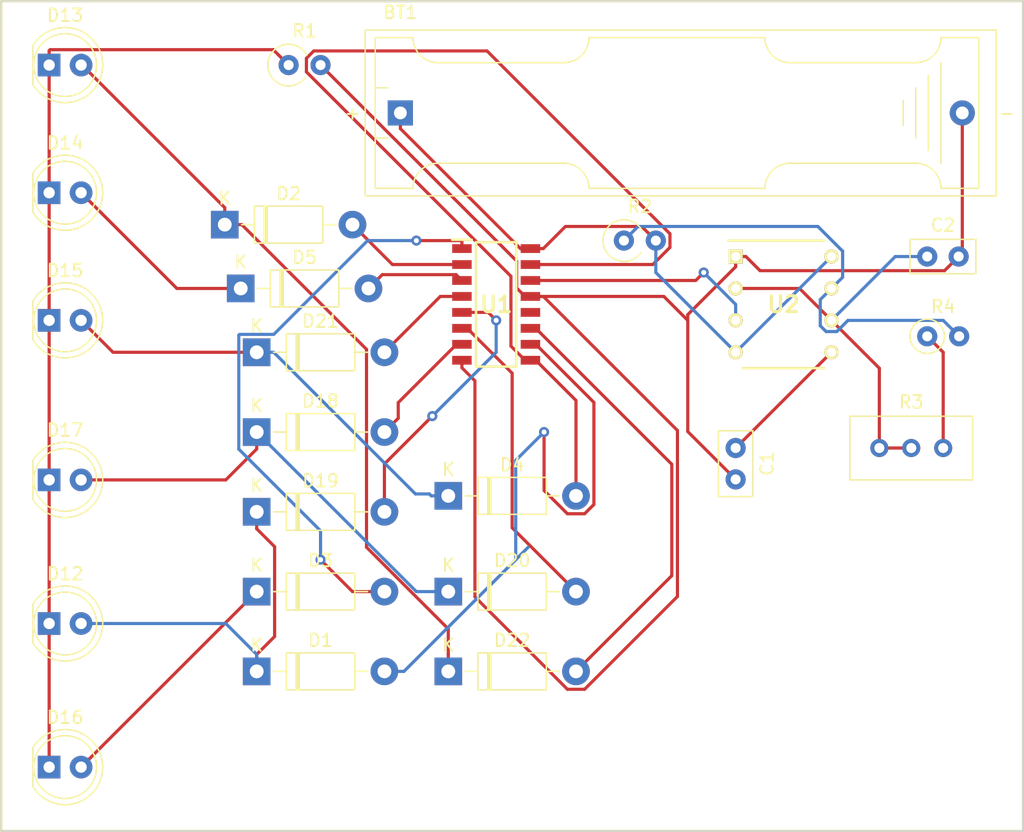
<source format=kicad_pcb>
(kicad_pcb (version 20171130) (host pcbnew "(5.0.0)")

  (general
    (thickness 1.6)
    (drawings 9)
    (tracks 171)
    (zones 0)
    (modules 25)
    (nets 26)
  )

  (page A4)
  (layers
    (0 F.Cu signal)
    (31 B.Cu signal)
    (32 B.Adhes user)
    (33 F.Adhes user)
    (34 B.Paste user)
    (35 F.Paste user)
    (36 B.SilkS user)
    (37 F.SilkS user)
    (38 B.Mask user)
    (39 F.Mask user)
    (40 Dwgs.User user)
    (41 Cmts.User user)
    (42 Eco1.User user)
    (43 Eco2.User user)
    (44 Edge.Cuts user)
    (45 Margin user)
    (46 B.CrtYd user)
    (47 F.CrtYd user)
    (48 B.Fab user)
    (49 F.Fab user)
  )

  (setup
    (last_trace_width 0.25)
    (trace_clearance 0.2)
    (zone_clearance 0.508)
    (zone_45_only no)
    (trace_min 0.2)
    (segment_width 0.2)
    (edge_width 0.15)
    (via_size 0.8)
    (via_drill 0.4)
    (via_min_size 0.4)
    (via_min_drill 0.3)
    (uvia_size 0.3)
    (uvia_drill 0.1)
    (uvias_allowed no)
    (uvia_min_size 0.2)
    (uvia_min_drill 0.1)
    (pcb_text_width 0.3)
    (pcb_text_size 1.5 1.5)
    (mod_edge_width 0.15)
    (mod_text_size 1 1)
    (mod_text_width 0.15)
    (pad_size 1.524 1.524)
    (pad_drill 0.762)
    (pad_to_mask_clearance 0.2)
    (aux_axis_origin 0 0)
    (visible_elements 7FFFFFFF)
    (pcbplotparams
      (layerselection 0x010fc_ffffffff)
      (usegerberextensions false)
      (usegerberattributes false)
      (usegerberadvancedattributes false)
      (creategerberjobfile false)
      (excludeedgelayer true)
      (linewidth 0.100000)
      (plotframeref false)
      (viasonmask false)
      (mode 1)
      (useauxorigin false)
      (hpglpennumber 1)
      (hpglpenspeed 20)
      (hpglpendiameter 15.000000)
      (psnegative false)
      (psa4output false)
      (plotreference true)
      (plotvalue true)
      (plotinvisibletext false)
      (padsonsilk false)
      (subtractmaskfromsilk false)
      (outputformat 1)
      (mirror false)
      (drillshape 0)
      (scaleselection 1)
      (outputdirectory "GerberFiles/"))
  )

  (net 0 "")
  (net 1 "Net-(BT1-Pad1)")
  (net 2 "Net-(D14-Pad2)")
  (net 3 "Net-(D12-Pad1)")
  (net 4 "Net-(R3-Pad1)")
  (net 5 "Net-(D16-Pad2)")
  (net 6 "Net-(D15-Pad2)")
  (net 7 "Net-(D13-Pad2)")
  (net 8 "Net-(D19-Pad2)")
  (net 9 "Net-(D18-Pad2)")
  (net 10 "Net-(D22-Pad2)")
  (net 11 "Net-(D20-Pad2)")
  (net 12 GNDA)
  (net 13 "Net-(D21-Pad2)")
  (net 14 "Net-(U1-Pad12)")
  (net 15 "Net-(U1-Pad14)")
  (net 16 "Net-(C1-Pad1)")
  (net 17 "Net-(C2-Pad1)")
  (net 18 "Net-(D1-Pad1)")
  (net 19 "Net-(D2-Pad2)")
  (net 20 "Net-(D1-Pad2)")
  (net 21 "Net-(D5-Pad2)")
  (net 22 "Net-(D3-Pad2)")
  (net 23 "Net-(D4-Pad2)")
  (net 24 "Net-(R2-Pad1)")
  (net 25 "Net-(D17-Pad2)")

  (net_class Default "This is the default net class."
    (clearance 0.2)
    (trace_width 0.25)
    (via_dia 0.8)
    (via_drill 0.4)
    (uvia_dia 0.3)
    (uvia_drill 0.1)
    (add_net GNDA)
    (add_net "Net-(BT1-Pad1)")
    (add_net "Net-(C1-Pad1)")
    (add_net "Net-(C2-Pad1)")
    (add_net "Net-(D1-Pad1)")
    (add_net "Net-(D1-Pad2)")
    (add_net "Net-(D12-Pad1)")
    (add_net "Net-(D13-Pad2)")
    (add_net "Net-(D14-Pad2)")
    (add_net "Net-(D15-Pad2)")
    (add_net "Net-(D16-Pad2)")
    (add_net "Net-(D17-Pad2)")
    (add_net "Net-(D18-Pad2)")
    (add_net "Net-(D19-Pad2)")
    (add_net "Net-(D2-Pad2)")
    (add_net "Net-(D20-Pad2)")
    (add_net "Net-(D21-Pad2)")
    (add_net "Net-(D22-Pad2)")
    (add_net "Net-(D3-Pad2)")
    (add_net "Net-(D4-Pad2)")
    (add_net "Net-(D5-Pad2)")
    (add_net "Net-(R2-Pad1)")
    (add_net "Net-(R3-Pad1)")
    (add_net "Net-(U1-Pad12)")
    (add_net "Net-(U1-Pad14)")
  )

  (module 74HC4017D_653:SOIC127P600X175-16N (layer F.Cu) (tedit 5BDB1BB5) (tstamp 5BF8AC00)
    (at 127 90.17)
    (descr "SOT 109-1(SO16)")
    (tags "Integrated Circuit")
    (path /5BD4A8EE)
    (attr smd)
    (fp_text reference U1 (at 0 0) (layer F.SilkS)
      (effects (font (size 1.27 1.27) (thickness 0.254)))
    )
    (fp_text value 4017 (at 0 0) (layer F.SilkS) hide
      (effects (font (size 1.27 1.27) (thickness 0.254)))
    )
    (fp_line (start -3.75 -5.25) (end 3.75 -5.25) (layer Dwgs.User) (width 0.05))
    (fp_line (start 3.75 -5.25) (end 3.75 5.25) (layer Dwgs.User) (width 0.05))
    (fp_line (start 3.75 5.25) (end -3.75 5.25) (layer Dwgs.User) (width 0.05))
    (fp_line (start -3.75 5.25) (end -3.75 -5.25) (layer Dwgs.User) (width 0.05))
    (fp_line (start -1.95 -4.95) (end 1.95 -4.95) (layer Dwgs.User) (width 0.1))
    (fp_line (start 1.95 -4.95) (end 1.95 4.95) (layer Dwgs.User) (width 0.1))
    (fp_line (start 1.95 4.95) (end -1.95 4.95) (layer Dwgs.User) (width 0.1))
    (fp_line (start -1.95 4.95) (end -1.95 -4.95) (layer Dwgs.User) (width 0.1))
    (fp_line (start -1.95 -3.68) (end -0.68 -4.95) (layer Dwgs.User) (width 0.1))
    (fp_line (start -1.6 -4.95) (end 1.6 -4.95) (layer F.SilkS) (width 0.2))
    (fp_line (start 1.6 -4.95) (end 1.6 4.95) (layer F.SilkS) (width 0.2))
    (fp_line (start 1.6 4.95) (end -1.6 4.95) (layer F.SilkS) (width 0.2))
    (fp_line (start -1.6 4.95) (end -1.6 -4.95) (layer F.SilkS) (width 0.2))
    (fp_line (start -3.5 -5.145) (end -1.95 -5.145) (layer F.SilkS) (width 0.2))
    (pad 1 smd rect (at -2.725 -4.445 90) (size 0.7 1.55) (layers F.Cu F.Paste F.Mask)
      (net 22 "Net-(D3-Pad2)"))
    (pad 2 smd rect (at -2.725 -3.175 90) (size 0.7 1.55) (layers F.Cu F.Paste F.Mask)
      (net 19 "Net-(D2-Pad2)"))
    (pad 3 smd rect (at -2.725 -1.905 90) (size 0.7 1.55) (layers F.Cu F.Paste F.Mask)
      (net 21 "Net-(D5-Pad2)"))
    (pad 4 smd rect (at -2.725 -0.635 90) (size 0.7 1.55) (layers F.Cu F.Paste F.Mask)
      (net 13 "Net-(D21-Pad2)"))
    (pad 5 smd rect (at -2.725 0.635 90) (size 0.7 1.55) (layers F.Cu F.Paste F.Mask)
      (net 8 "Net-(D19-Pad2)"))
    (pad 6 smd rect (at -2.725 1.905 90) (size 0.7 1.55) (layers F.Cu F.Paste F.Mask)
      (net 11 "Net-(D20-Pad2)"))
    (pad 7 smd rect (at -2.725 3.175 90) (size 0.7 1.55) (layers F.Cu F.Paste F.Mask)
      (net 9 "Net-(D18-Pad2)"))
    (pad 8 smd rect (at -2.725 4.445 90) (size 0.7 1.55) (layers F.Cu F.Paste F.Mask)
      (net 12 GNDA))
    (pad 9 smd rect (at 2.725 4.445 90) (size 0.7 1.55) (layers F.Cu F.Paste F.Mask)
      (net 23 "Net-(D4-Pad2)"))
    (pad 10 smd rect (at 2.725 3.175 90) (size 0.7 1.55) (layers F.Cu F.Paste F.Mask)
      (net 20 "Net-(D1-Pad2)"))
    (pad 11 smd rect (at 2.725 1.905 90) (size 0.7 1.55) (layers F.Cu F.Paste F.Mask)
      (net 10 "Net-(D22-Pad2)"))
    (pad 12 smd rect (at 2.725 0.635 90) (size 0.7 1.55) (layers F.Cu F.Paste F.Mask)
      (net 14 "Net-(U1-Pad12)"))
    (pad 13 smd rect (at 2.725 -0.635 90) (size 0.7 1.55) (layers F.Cu F.Paste F.Mask)
      (net 12 GNDA))
    (pad 14 smd rect (at 2.725 -1.905 90) (size 0.7 1.55) (layers F.Cu F.Paste F.Mask)
      (net 15 "Net-(U1-Pad14)"))
    (pad 15 smd rect (at 2.725 -3.175 90) (size 0.7 1.55) (layers F.Cu F.Paste F.Mask)
      (net 23 "Net-(D4-Pad2)"))
    (pad 16 smd rect (at 2.725 -4.445 90) (size 0.7 1.55) (layers F.Cu F.Paste F.Mask)
      (net 1 "Net-(BT1-Pad1)"))
  )

  (module Battery:BatteryHolder_Keystone_2466_1xAAA (layer F.Cu) (tedit 5B254C39) (tstamp 5BF8ABDE)
    (at 119.38 74.93)
    (descr "1xAAA Battery Holder, Keystone, Plastic Case, http://www.keyelco.com/product-pdf.cfm?p=1031")
    (tags "AAA battery holder Keystone")
    (path /5BDA8F57)
    (fp_text reference BT1 (at 0 -8 180) (layer F.SilkS)
      (effects (font (size 1 1) (thickness 0.15)))
    )
    (fp_text value Battery_Cell (at 22 0) (layer F.Fab)
      (effects (font (size 1 1) (thickness 0.15)))
    )
    (fp_text user - (at 48.26 0) (layer F.SilkS)
      (effects (font (size 1 1) (thickness 0.15)))
    )
    (fp_text user + (at -3.81 0) (layer F.SilkS)
      (effects (font (size 1 1) (thickness 0.15)))
    )
    (fp_text user %R (at 0 0) (layer F.Fab)
      (effects (font (size 1 1) (thickness 0.15)))
    )
    (fp_line (start 47.8 7) (end 47.8 -7) (layer F.CrtYd) (width 0.05))
    (fp_line (start -3.2 7) (end 47.8 7) (layer F.CrtYd) (width 0.05))
    (fp_line (start -3.2 -7) (end -3.2 7) (layer F.CrtYd) (width 0.05))
    (fp_line (start 47.8 -7) (end -3.2 -7) (layer F.CrtYd) (width 0.05))
    (fp_line (start 47.4 6.6) (end 47.4 -6.6) (layer F.SilkS) (width 0.12))
    (fp_line (start -2.8 6.6) (end 47.4 6.6) (layer F.SilkS) (width 0.12))
    (fp_line (start -2.8 -6.6) (end -2.8 6.6) (layer F.SilkS) (width 0.12))
    (fp_line (start 47.4 -6.6) (end -2.8 -6.6) (layer F.SilkS) (width 0.12))
    (fp_line (start 40 -1) (end 40 1) (layer F.SilkS) (width 0.12))
    (fp_line (start 41 -2) (end 41 2) (layer F.SilkS) (width 0.12))
    (fp_line (start 42 3) (end 42 -3) (layer F.SilkS) (width 0.12))
    (fp_line (start 43 -4) (end 43 4) (layer F.SilkS) (width 0.12))
    (fp_line (start -2 -2) (end -1 -2) (layer F.SilkS) (width 0.12))
    (fp_line (start -1 2) (end -2 2) (layer F.SilkS) (width 0.12))
    (fp_line (start 15 6) (end 29 6) (layer F.SilkS) (width 0.12))
    (fp_line (start 29 -6) (end 15 -6) (layer F.SilkS) (width 0.12))
    (fp_arc (start 31 -6) (end 31 -4) (angle 90) (layer F.SilkS) (width 0.12))
    (fp_arc (start 13 -6) (end 15 -6) (angle 90) (layer F.SilkS) (width 0.12))
    (fp_arc (start 13 6) (end 13 4) (angle 90) (layer F.SilkS) (width 0.12))
    (fp_arc (start 31 6) (end 29 6) (angle 90) (layer F.SilkS) (width 0.12))
    (fp_line (start 3 4) (end 13 4) (layer F.SilkS) (width 0.12))
    (fp_line (start 3 -4) (end 13 -4) (layer F.SilkS) (width 0.12))
    (fp_arc (start 3 6) (end 1 6) (angle 90) (layer F.SilkS) (width 0.12))
    (fp_line (start 41 -4) (end 31 -4) (layer F.SilkS) (width 0.12))
    (fp_line (start 41 4) (end 31 4) (layer F.SilkS) (width 0.12))
    (fp_arc (start 41 6) (end 41 4) (angle 90) (layer F.SilkS) (width 0.12))
    (fp_arc (start 41 -6) (end 43 -6) (angle 90) (layer F.SilkS) (width 0.12))
    (fp_arc (start 3 -6) (end 3 -4) (angle 90) (layer F.SilkS) (width 0.12))
    (fp_line (start -2 -6) (end 1 -6) (layer F.SilkS) (width 0.12))
    (fp_line (start -2 -6) (end -2 6) (layer F.SilkS) (width 0.12))
    (fp_line (start -2 6) (end 1 6) (layer F.SilkS) (width 0.12))
    (fp_line (start 46 -6) (end 43 -6) (layer F.SilkS) (width 0.12))
    (fp_line (start 46 -6) (end 46 6) (layer F.SilkS) (width 0.12))
    (fp_line (start 46 6) (end 43 6) (layer F.SilkS) (width 0.12))
    (fp_line (start -2.7 0) (end -2.7 -6.5) (layer F.Fab) (width 0.1))
    (fp_line (start -2.7 -6.5) (end 47.3 -6.5) (layer F.Fab) (width 0.1))
    (fp_line (start 47.3 -6.5) (end 47.3 6.5) (layer F.Fab) (width 0.1))
    (fp_line (start 47.3 6.5) (end -2.7 6.5) (layer F.Fab) (width 0.1))
    (fp_line (start -2.7 6.5) (end -2.7 0) (layer F.Fab) (width 0.1))
    (pad 1 thru_hole rect (at 0 0) (size 2 2) (drill 1.02) (layers *.Cu *.Mask)
      (net 1 "Net-(BT1-Pad1)"))
    (pad 2 thru_hole circle (at 44.7 0) (size 2 2) (drill 1.02) (layers *.Cu *.Mask)
      (net 12 GNDA))
    (model ${KISYS3DMOD}/Battery.3dshapes/BatteryHolder_Keystone_2466_1xAAA.wrl
      (at (xyz 0 0 0))
      (scale (xyz 1 1 1))
      (rotate (xyz 0 0 0))
    )
  )

  (module Capacitor_THT:C_Disc_D5.0mm_W2.5mm_P2.50mm (layer F.Cu) (tedit 5AE50EF0) (tstamp 5BF8ABAE)
    (at 146.05 101.6 270)
    (descr "C, Disc series, Radial, pin pitch=2.50mm, , diameter*width=5*2.5mm^2, Capacitor, http://cdn-reichelt.de/documents/datenblatt/B300/DS_KERKO_TC.pdf")
    (tags "C Disc series Radial pin pitch 2.50mm  diameter 5mm width 2.5mm Capacitor")
    (path /5BD7ADD2)
    (fp_text reference C1 (at 1.25 -2.5 270) (layer F.SilkS)
      (effects (font (size 1 1) (thickness 0.15)))
    )
    (fp_text value "1 nF" (at 1.25 2.5 270) (layer F.Fab)
      (effects (font (size 1 1) (thickness 0.15)))
    )
    (fp_text user %R (at 1.25 0 270) (layer F.Fab)
      (effects (font (size 1 1) (thickness 0.15)))
    )
    (fp_line (start 4 -1.5) (end -1.5 -1.5) (layer F.CrtYd) (width 0.05))
    (fp_line (start 4 1.5) (end 4 -1.5) (layer F.CrtYd) (width 0.05))
    (fp_line (start -1.5 1.5) (end 4 1.5) (layer F.CrtYd) (width 0.05))
    (fp_line (start -1.5 -1.5) (end -1.5 1.5) (layer F.CrtYd) (width 0.05))
    (fp_line (start 3.87 -1.37) (end 3.87 1.37) (layer F.SilkS) (width 0.12))
    (fp_line (start -1.37 -1.37) (end -1.37 1.37) (layer F.SilkS) (width 0.12))
    (fp_line (start -1.37 1.37) (end 3.87 1.37) (layer F.SilkS) (width 0.12))
    (fp_line (start -1.37 -1.37) (end 3.87 -1.37) (layer F.SilkS) (width 0.12))
    (fp_line (start 3.75 -1.25) (end -1.25 -1.25) (layer F.Fab) (width 0.1))
    (fp_line (start 3.75 1.25) (end 3.75 -1.25) (layer F.Fab) (width 0.1))
    (fp_line (start -1.25 1.25) (end 3.75 1.25) (layer F.Fab) (width 0.1))
    (fp_line (start -1.25 -1.25) (end -1.25 1.25) (layer F.Fab) (width 0.1))
    (pad 2 thru_hole circle (at 2.5 0 270) (size 1.6 1.6) (drill 0.8) (layers *.Cu *.Mask)
      (net 12 GNDA))
    (pad 1 thru_hole circle (at 0 0 270) (size 1.6 1.6) (drill 0.8) (layers *.Cu *.Mask)
      (net 16 "Net-(C1-Pad1)"))
    (model ${KISYS3DMOD}/Capacitor_THT.3dshapes/C_Disc_D5.0mm_W2.5mm_P2.50mm.wrl
      (at (xyz 0 0 0))
      (scale (xyz 1 1 1))
      (rotate (xyz 0 0 0))
    )
  )

  (module Capacitor_THT:C_Disc_D5.0mm_W2.5mm_P2.50mm (layer F.Cu) (tedit 5AE50EF0) (tstamp 5BF8AB9B)
    (at 161.29 86.36)
    (descr "C, Disc series, Radial, pin pitch=2.50mm, , diameter*width=5*2.5mm^2, Capacitor, http://cdn-reichelt.de/documents/datenblatt/B300/DS_KERKO_TC.pdf")
    (tags "C Disc series Radial pin pitch 2.50mm  diameter 5mm width 2.5mm Capacitor")
    (path /5BF96586)
    (fp_text reference C2 (at 1.25 -2.5) (layer F.SilkS)
      (effects (font (size 1 1) (thickness 0.15)))
    )
    (fp_text value "4.7 uF" (at 1.25 2.5) (layer F.Fab)
      (effects (font (size 1 1) (thickness 0.15)))
    )
    (fp_line (start -1.25 -1.25) (end -1.25 1.25) (layer F.Fab) (width 0.1))
    (fp_line (start -1.25 1.25) (end 3.75 1.25) (layer F.Fab) (width 0.1))
    (fp_line (start 3.75 1.25) (end 3.75 -1.25) (layer F.Fab) (width 0.1))
    (fp_line (start 3.75 -1.25) (end -1.25 -1.25) (layer F.Fab) (width 0.1))
    (fp_line (start -1.37 -1.37) (end 3.87 -1.37) (layer F.SilkS) (width 0.12))
    (fp_line (start -1.37 1.37) (end 3.87 1.37) (layer F.SilkS) (width 0.12))
    (fp_line (start -1.37 -1.37) (end -1.37 1.37) (layer F.SilkS) (width 0.12))
    (fp_line (start 3.87 -1.37) (end 3.87 1.37) (layer F.SilkS) (width 0.12))
    (fp_line (start -1.5 -1.5) (end -1.5 1.5) (layer F.CrtYd) (width 0.05))
    (fp_line (start -1.5 1.5) (end 4 1.5) (layer F.CrtYd) (width 0.05))
    (fp_line (start 4 1.5) (end 4 -1.5) (layer F.CrtYd) (width 0.05))
    (fp_line (start 4 -1.5) (end -1.5 -1.5) (layer F.CrtYd) (width 0.05))
    (fp_text user %R (at 1.25 0) (layer F.Fab)
      (effects (font (size 1 1) (thickness 0.15)))
    )
    (pad 1 thru_hole circle (at 0 0) (size 1.6 1.6) (drill 0.8) (layers *.Cu *.Mask)
      (net 17 "Net-(C2-Pad1)"))
    (pad 2 thru_hole circle (at 2.5 0) (size 1.6 1.6) (drill 0.8) (layers *.Cu *.Mask)
      (net 12 GNDA))
    (model ${KISYS3DMOD}/Capacitor_THT.3dshapes/C_Disc_D5.0mm_W2.5mm_P2.50mm.wrl
      (at (xyz 0 0 0))
      (scale (xyz 1 1 1))
      (rotate (xyz 0 0 0))
    )
  )

  (module Diode_THT:D_DO-41_SOD81_P10.16mm_Horizontal (layer F.Cu) (tedit 5AE50CD5) (tstamp 5BF8AB88)
    (at 123.19 105.41)
    (descr "Diode, DO-41_SOD81 series, Axial, Horizontal, pin pitch=10.16mm, , length*diameter=5.2*2.7mm^2, , http://www.diodes.com/_files/packages/DO-41%20(Plastic).pdf")
    (tags "Diode DO-41_SOD81 series Axial Horizontal pin pitch 10.16mm  length 5.2mm diameter 2.7mm")
    (path /5BE47361)
    (fp_text reference D4 (at 5.08 -2.47) (layer F.SilkS)
      (effects (font (size 1 1) (thickness 0.15)))
    )
    (fp_text value 1N4007 (at 5.08 2.47) (layer F.Fab)
      (effects (font (size 1 1) (thickness 0.15)))
    )
    (fp_text user K (at 0 -2.1) (layer F.SilkS)
      (effects (font (size 1 1) (thickness 0.15)))
    )
    (fp_text user K (at 0 -2.1) (layer F.Fab)
      (effects (font (size 1 1) (thickness 0.15)))
    )
    (fp_text user %R (at 5.47 0) (layer F.Fab)
      (effects (font (size 1 1) (thickness 0.15)))
    )
    (fp_line (start 11.51 -1.6) (end -1.35 -1.6) (layer F.CrtYd) (width 0.05))
    (fp_line (start 11.51 1.6) (end 11.51 -1.6) (layer F.CrtYd) (width 0.05))
    (fp_line (start -1.35 1.6) (end 11.51 1.6) (layer F.CrtYd) (width 0.05))
    (fp_line (start -1.35 -1.6) (end -1.35 1.6) (layer F.CrtYd) (width 0.05))
    (fp_line (start 3.14 -1.47) (end 3.14 1.47) (layer F.SilkS) (width 0.12))
    (fp_line (start 3.38 -1.47) (end 3.38 1.47) (layer F.SilkS) (width 0.12))
    (fp_line (start 3.26 -1.47) (end 3.26 1.47) (layer F.SilkS) (width 0.12))
    (fp_line (start 8.82 0) (end 7.8 0) (layer F.SilkS) (width 0.12))
    (fp_line (start 1.34 0) (end 2.36 0) (layer F.SilkS) (width 0.12))
    (fp_line (start 7.8 -1.47) (end 2.36 -1.47) (layer F.SilkS) (width 0.12))
    (fp_line (start 7.8 1.47) (end 7.8 -1.47) (layer F.SilkS) (width 0.12))
    (fp_line (start 2.36 1.47) (end 7.8 1.47) (layer F.SilkS) (width 0.12))
    (fp_line (start 2.36 -1.47) (end 2.36 1.47) (layer F.SilkS) (width 0.12))
    (fp_line (start 3.16 -1.35) (end 3.16 1.35) (layer F.Fab) (width 0.1))
    (fp_line (start 3.36 -1.35) (end 3.36 1.35) (layer F.Fab) (width 0.1))
    (fp_line (start 3.26 -1.35) (end 3.26 1.35) (layer F.Fab) (width 0.1))
    (fp_line (start 10.16 0) (end 7.68 0) (layer F.Fab) (width 0.1))
    (fp_line (start 0 0) (end 2.48 0) (layer F.Fab) (width 0.1))
    (fp_line (start 7.68 -1.35) (end 2.48 -1.35) (layer F.Fab) (width 0.1))
    (fp_line (start 7.68 1.35) (end 7.68 -1.35) (layer F.Fab) (width 0.1))
    (fp_line (start 2.48 1.35) (end 7.68 1.35) (layer F.Fab) (width 0.1))
    (fp_line (start 2.48 -1.35) (end 2.48 1.35) (layer F.Fab) (width 0.1))
    (pad 2 thru_hole oval (at 10.16 0) (size 2.2 2.2) (drill 1.1) (layers *.Cu *.Mask)
      (net 23 "Net-(D4-Pad2)"))
    (pad 1 thru_hole rect (at 0 0) (size 2.2 2.2) (drill 1.1) (layers *.Cu *.Mask)
      (net 6 "Net-(D15-Pad2)"))
    (model ${KISYS3DMOD}/Diode_THT.3dshapes/D_DO-41_SOD81_P10.16mm_Horizontal.wrl
      (at (xyz 0 0 0))
      (scale (xyz 1 1 1))
      (rotate (xyz 0 0 0))
    )
  )

  (module Diode_THT:D_DO-41_SOD81_P10.16mm_Horizontal (layer F.Cu) (tedit 5AE50CD5) (tstamp 5BF8BB1A)
    (at 105.41 83.82)
    (descr "Diode, DO-41_SOD81 series, Axial, Horizontal, pin pitch=10.16mm, , length*diameter=5.2*2.7mm^2, , http://www.diodes.com/_files/packages/DO-41%20(Plastic).pdf")
    (tags "Diode DO-41_SOD81 series Axial Horizontal pin pitch 10.16mm  length 5.2mm diameter 2.7mm")
    (path /5BE10656)
    (fp_text reference D2 (at 5.08 -2.47) (layer F.SilkS)
      (effects (font (size 1 1) (thickness 0.15)))
    )
    (fp_text value 1N4007 (at 5.08 2.47) (layer F.Fab)
      (effects (font (size 1 1) (thickness 0.15)))
    )
    (fp_line (start 2.48 -1.35) (end 2.48 1.35) (layer F.Fab) (width 0.1))
    (fp_line (start 2.48 1.35) (end 7.68 1.35) (layer F.Fab) (width 0.1))
    (fp_line (start 7.68 1.35) (end 7.68 -1.35) (layer F.Fab) (width 0.1))
    (fp_line (start 7.68 -1.35) (end 2.48 -1.35) (layer F.Fab) (width 0.1))
    (fp_line (start 0 0) (end 2.48 0) (layer F.Fab) (width 0.1))
    (fp_line (start 10.16 0) (end 7.68 0) (layer F.Fab) (width 0.1))
    (fp_line (start 3.26 -1.35) (end 3.26 1.35) (layer F.Fab) (width 0.1))
    (fp_line (start 3.36 -1.35) (end 3.36 1.35) (layer F.Fab) (width 0.1))
    (fp_line (start 3.16 -1.35) (end 3.16 1.35) (layer F.Fab) (width 0.1))
    (fp_line (start 2.36 -1.47) (end 2.36 1.47) (layer F.SilkS) (width 0.12))
    (fp_line (start 2.36 1.47) (end 7.8 1.47) (layer F.SilkS) (width 0.12))
    (fp_line (start 7.8 1.47) (end 7.8 -1.47) (layer F.SilkS) (width 0.12))
    (fp_line (start 7.8 -1.47) (end 2.36 -1.47) (layer F.SilkS) (width 0.12))
    (fp_line (start 1.34 0) (end 2.36 0) (layer F.SilkS) (width 0.12))
    (fp_line (start 8.82 0) (end 7.8 0) (layer F.SilkS) (width 0.12))
    (fp_line (start 3.26 -1.47) (end 3.26 1.47) (layer F.SilkS) (width 0.12))
    (fp_line (start 3.38 -1.47) (end 3.38 1.47) (layer F.SilkS) (width 0.12))
    (fp_line (start 3.14 -1.47) (end 3.14 1.47) (layer F.SilkS) (width 0.12))
    (fp_line (start -1.35 -1.6) (end -1.35 1.6) (layer F.CrtYd) (width 0.05))
    (fp_line (start -1.35 1.6) (end 11.51 1.6) (layer F.CrtYd) (width 0.05))
    (fp_line (start 11.51 1.6) (end 11.51 -1.6) (layer F.CrtYd) (width 0.05))
    (fp_line (start 11.51 -1.6) (end -1.35 -1.6) (layer F.CrtYd) (width 0.05))
    (fp_text user %R (at 5.47 0) (layer F.Fab)
      (effects (font (size 1 1) (thickness 0.15)))
    )
    (fp_text user K (at 0 -2.1) (layer F.Fab)
      (effects (font (size 1 1) (thickness 0.15)))
    )
    (fp_text user K (at 0 -2.1) (layer F.SilkS)
      (effects (font (size 1 1) (thickness 0.15)))
    )
    (pad 1 thru_hole rect (at 0 0) (size 2.2 2.2) (drill 1.1) (layers *.Cu *.Mask)
      (net 7 "Net-(D13-Pad2)"))
    (pad 2 thru_hole oval (at 10.16 0) (size 2.2 2.2) (drill 1.1) (layers *.Cu *.Mask)
      (net 19 "Net-(D2-Pad2)"))
    (model ${KISYS3DMOD}/Diode_THT.3dshapes/D_DO-41_SOD81_P10.16mm_Horizontal.wrl
      (at (xyz 0 0 0))
      (scale (xyz 1 1 1))
      (rotate (xyz 0 0 0))
    )
  )

  (module Diode_THT:D_DO-41_SOD81_P10.16mm_Horizontal (layer F.Cu) (tedit 5AE50CD5) (tstamp 5BF8AB4A)
    (at 107.95 113.03)
    (descr "Diode, DO-41_SOD81 series, Axial, Horizontal, pin pitch=10.16mm, , length*diameter=5.2*2.7mm^2, , http://www.diodes.com/_files/packages/DO-41%20(Plastic).pdf")
    (tags "Diode DO-41_SOD81 series Axial Horizontal pin pitch 10.16mm  length 5.2mm diameter 2.7mm")
    (path /5BE39823)
    (fp_text reference D3 (at 5.08 -2.47) (layer F.SilkS)
      (effects (font (size 1 1) (thickness 0.15)))
    )
    (fp_text value 1N4007 (at 5.08 2.47) (layer F.Fab)
      (effects (font (size 1 1) (thickness 0.15)))
    )
    (fp_text user K (at 0 -2.1) (layer F.SilkS)
      (effects (font (size 1 1) (thickness 0.15)))
    )
    (fp_text user K (at 0 -2.1) (layer F.Fab)
      (effects (font (size 1 1) (thickness 0.15)))
    )
    (fp_text user %R (at 5.47 0) (layer F.Fab)
      (effects (font (size 1 1) (thickness 0.15)))
    )
    (fp_line (start 11.51 -1.6) (end -1.35 -1.6) (layer F.CrtYd) (width 0.05))
    (fp_line (start 11.51 1.6) (end 11.51 -1.6) (layer F.CrtYd) (width 0.05))
    (fp_line (start -1.35 1.6) (end 11.51 1.6) (layer F.CrtYd) (width 0.05))
    (fp_line (start -1.35 -1.6) (end -1.35 1.6) (layer F.CrtYd) (width 0.05))
    (fp_line (start 3.14 -1.47) (end 3.14 1.47) (layer F.SilkS) (width 0.12))
    (fp_line (start 3.38 -1.47) (end 3.38 1.47) (layer F.SilkS) (width 0.12))
    (fp_line (start 3.26 -1.47) (end 3.26 1.47) (layer F.SilkS) (width 0.12))
    (fp_line (start 8.82 0) (end 7.8 0) (layer F.SilkS) (width 0.12))
    (fp_line (start 1.34 0) (end 2.36 0) (layer F.SilkS) (width 0.12))
    (fp_line (start 7.8 -1.47) (end 2.36 -1.47) (layer F.SilkS) (width 0.12))
    (fp_line (start 7.8 1.47) (end 7.8 -1.47) (layer F.SilkS) (width 0.12))
    (fp_line (start 2.36 1.47) (end 7.8 1.47) (layer F.SilkS) (width 0.12))
    (fp_line (start 2.36 -1.47) (end 2.36 1.47) (layer F.SilkS) (width 0.12))
    (fp_line (start 3.16 -1.35) (end 3.16 1.35) (layer F.Fab) (width 0.1))
    (fp_line (start 3.36 -1.35) (end 3.36 1.35) (layer F.Fab) (width 0.1))
    (fp_line (start 3.26 -1.35) (end 3.26 1.35) (layer F.Fab) (width 0.1))
    (fp_line (start 10.16 0) (end 7.68 0) (layer F.Fab) (width 0.1))
    (fp_line (start 0 0) (end 2.48 0) (layer F.Fab) (width 0.1))
    (fp_line (start 7.68 -1.35) (end 2.48 -1.35) (layer F.Fab) (width 0.1))
    (fp_line (start 7.68 1.35) (end 7.68 -1.35) (layer F.Fab) (width 0.1))
    (fp_line (start 2.48 1.35) (end 7.68 1.35) (layer F.Fab) (width 0.1))
    (fp_line (start 2.48 -1.35) (end 2.48 1.35) (layer F.Fab) (width 0.1))
    (pad 2 thru_hole oval (at 10.16 0) (size 2.2 2.2) (drill 1.1) (layers *.Cu *.Mask)
      (net 22 "Net-(D3-Pad2)"))
    (pad 1 thru_hole rect (at 0 0) (size 2.2 2.2) (drill 1.1) (layers *.Cu *.Mask)
      (net 5 "Net-(D16-Pad2)"))
    (model ${KISYS3DMOD}/Diode_THT.3dshapes/D_DO-41_SOD81_P10.16mm_Horizontal.wrl
      (at (xyz 0 0 0))
      (scale (xyz 1 1 1))
      (rotate (xyz 0 0 0))
    )
  )

  (module Diode_THT:D_DO-41_SOD81_P10.16mm_Horizontal (layer F.Cu) (tedit 5AE50CD5) (tstamp 5BF8AB2B)
    (at 123.19 119.38)
    (descr "Diode, DO-41_SOD81 series, Axial, Horizontal, pin pitch=10.16mm, , length*diameter=5.2*2.7mm^2, , http://www.diodes.com/_files/packages/DO-41%20(Plastic).pdf")
    (tags "Diode DO-41_SOD81 series Axial Horizontal pin pitch 10.16mm  length 5.2mm diameter 2.7mm")
    (path /5BD5A4A2)
    (fp_text reference D22 (at 5.08 -2.47) (layer F.SilkS)
      (effects (font (size 1 1) (thickness 0.15)))
    )
    (fp_text value 1N4007 (at 5.08 2.47) (layer F.Fab)
      (effects (font (size 1 1) (thickness 0.15)))
    )
    (fp_line (start 2.48 -1.35) (end 2.48 1.35) (layer F.Fab) (width 0.1))
    (fp_line (start 2.48 1.35) (end 7.68 1.35) (layer F.Fab) (width 0.1))
    (fp_line (start 7.68 1.35) (end 7.68 -1.35) (layer F.Fab) (width 0.1))
    (fp_line (start 7.68 -1.35) (end 2.48 -1.35) (layer F.Fab) (width 0.1))
    (fp_line (start 0 0) (end 2.48 0) (layer F.Fab) (width 0.1))
    (fp_line (start 10.16 0) (end 7.68 0) (layer F.Fab) (width 0.1))
    (fp_line (start 3.26 -1.35) (end 3.26 1.35) (layer F.Fab) (width 0.1))
    (fp_line (start 3.36 -1.35) (end 3.36 1.35) (layer F.Fab) (width 0.1))
    (fp_line (start 3.16 -1.35) (end 3.16 1.35) (layer F.Fab) (width 0.1))
    (fp_line (start 2.36 -1.47) (end 2.36 1.47) (layer F.SilkS) (width 0.12))
    (fp_line (start 2.36 1.47) (end 7.8 1.47) (layer F.SilkS) (width 0.12))
    (fp_line (start 7.8 1.47) (end 7.8 -1.47) (layer F.SilkS) (width 0.12))
    (fp_line (start 7.8 -1.47) (end 2.36 -1.47) (layer F.SilkS) (width 0.12))
    (fp_line (start 1.34 0) (end 2.36 0) (layer F.SilkS) (width 0.12))
    (fp_line (start 8.82 0) (end 7.8 0) (layer F.SilkS) (width 0.12))
    (fp_line (start 3.26 -1.47) (end 3.26 1.47) (layer F.SilkS) (width 0.12))
    (fp_line (start 3.38 -1.47) (end 3.38 1.47) (layer F.SilkS) (width 0.12))
    (fp_line (start 3.14 -1.47) (end 3.14 1.47) (layer F.SilkS) (width 0.12))
    (fp_line (start -1.35 -1.6) (end -1.35 1.6) (layer F.CrtYd) (width 0.05))
    (fp_line (start -1.35 1.6) (end 11.51 1.6) (layer F.CrtYd) (width 0.05))
    (fp_line (start 11.51 1.6) (end 11.51 -1.6) (layer F.CrtYd) (width 0.05))
    (fp_line (start 11.51 -1.6) (end -1.35 -1.6) (layer F.CrtYd) (width 0.05))
    (fp_text user %R (at 5.47 0) (layer F.Fab)
      (effects (font (size 1 1) (thickness 0.15)))
    )
    (fp_text user K (at 0 -2.1) (layer F.Fab)
      (effects (font (size 1 1) (thickness 0.15)))
    )
    (fp_text user K (at 0 -2.1) (layer F.SilkS)
      (effects (font (size 1 1) (thickness 0.15)))
    )
    (pad 1 thru_hole rect (at 0 0) (size 2.2 2.2) (drill 1.1) (layers *.Cu *.Mask)
      (net 7 "Net-(D13-Pad2)"))
    (pad 2 thru_hole oval (at 10.16 0) (size 2.2 2.2) (drill 1.1) (layers *.Cu *.Mask)
      (net 10 "Net-(D22-Pad2)"))
    (model ${KISYS3DMOD}/Diode_THT.3dshapes/D_DO-41_SOD81_P10.16mm_Horizontal.wrl
      (at (xyz 0 0 0))
      (scale (xyz 1 1 1))
      (rotate (xyz 0 0 0))
    )
  )

  (module Diode_THT:D_DO-41_SOD81_P10.16mm_Horizontal (layer F.Cu) (tedit 5AE50CD5) (tstamp 5BF8AB0C)
    (at 107.95 93.98)
    (descr "Diode, DO-41_SOD81 series, Axial, Horizontal, pin pitch=10.16mm, , length*diameter=5.2*2.7mm^2, , http://www.diodes.com/_files/packages/DO-41%20(Plastic).pdf")
    (tags "Diode DO-41_SOD81 series Axial Horizontal pin pitch 10.16mm  length 5.2mm diameter 2.7mm")
    (path /5BD60525)
    (fp_text reference D21 (at 5.08 -2.47) (layer F.SilkS)
      (effects (font (size 1 1) (thickness 0.15)))
    )
    (fp_text value 1N4007 (at 5.08 2.47) (layer F.Fab)
      (effects (font (size 1 1) (thickness 0.15)))
    )
    (fp_text user K (at 0 -2.1) (layer F.SilkS)
      (effects (font (size 1 1) (thickness 0.15)))
    )
    (fp_text user K (at 0 -2.1) (layer F.Fab)
      (effects (font (size 1 1) (thickness 0.15)))
    )
    (fp_text user %R (at 5.47 0) (layer F.Fab)
      (effects (font (size 1 1) (thickness 0.15)))
    )
    (fp_line (start 11.51 -1.6) (end -1.35 -1.6) (layer F.CrtYd) (width 0.05))
    (fp_line (start 11.51 1.6) (end 11.51 -1.6) (layer F.CrtYd) (width 0.05))
    (fp_line (start -1.35 1.6) (end 11.51 1.6) (layer F.CrtYd) (width 0.05))
    (fp_line (start -1.35 -1.6) (end -1.35 1.6) (layer F.CrtYd) (width 0.05))
    (fp_line (start 3.14 -1.47) (end 3.14 1.47) (layer F.SilkS) (width 0.12))
    (fp_line (start 3.38 -1.47) (end 3.38 1.47) (layer F.SilkS) (width 0.12))
    (fp_line (start 3.26 -1.47) (end 3.26 1.47) (layer F.SilkS) (width 0.12))
    (fp_line (start 8.82 0) (end 7.8 0) (layer F.SilkS) (width 0.12))
    (fp_line (start 1.34 0) (end 2.36 0) (layer F.SilkS) (width 0.12))
    (fp_line (start 7.8 -1.47) (end 2.36 -1.47) (layer F.SilkS) (width 0.12))
    (fp_line (start 7.8 1.47) (end 7.8 -1.47) (layer F.SilkS) (width 0.12))
    (fp_line (start 2.36 1.47) (end 7.8 1.47) (layer F.SilkS) (width 0.12))
    (fp_line (start 2.36 -1.47) (end 2.36 1.47) (layer F.SilkS) (width 0.12))
    (fp_line (start 3.16 -1.35) (end 3.16 1.35) (layer F.Fab) (width 0.1))
    (fp_line (start 3.36 -1.35) (end 3.36 1.35) (layer F.Fab) (width 0.1))
    (fp_line (start 3.26 -1.35) (end 3.26 1.35) (layer F.Fab) (width 0.1))
    (fp_line (start 10.16 0) (end 7.68 0) (layer F.Fab) (width 0.1))
    (fp_line (start 0 0) (end 2.48 0) (layer F.Fab) (width 0.1))
    (fp_line (start 7.68 -1.35) (end 2.48 -1.35) (layer F.Fab) (width 0.1))
    (fp_line (start 7.68 1.35) (end 7.68 -1.35) (layer F.Fab) (width 0.1))
    (fp_line (start 2.48 1.35) (end 7.68 1.35) (layer F.Fab) (width 0.1))
    (fp_line (start 2.48 -1.35) (end 2.48 1.35) (layer F.Fab) (width 0.1))
    (pad 2 thru_hole oval (at 10.16 0) (size 2.2 2.2) (drill 1.1) (layers *.Cu *.Mask)
      (net 13 "Net-(D21-Pad2)"))
    (pad 1 thru_hole rect (at 0 0) (size 2.2 2.2) (drill 1.1) (layers *.Cu *.Mask)
      (net 6 "Net-(D15-Pad2)"))
    (model ${KISYS3DMOD}/Diode_THT.3dshapes/D_DO-41_SOD81_P10.16mm_Horizontal.wrl
      (at (xyz 0 0 0))
      (scale (xyz 1 1 1))
      (rotate (xyz 0 0 0))
    )
  )

  (module Diode_THT:D_DO-41_SOD81_P10.16mm_Horizontal (layer F.Cu) (tedit 5AE50CD5) (tstamp 5BF8AAED)
    (at 123.19 113.03)
    (descr "Diode, DO-41_SOD81 series, Axial, Horizontal, pin pitch=10.16mm, , length*diameter=5.2*2.7mm^2, , http://www.diodes.com/_files/packages/DO-41%20(Plastic).pdf")
    (tags "Diode DO-41_SOD81 series Axial Horizontal pin pitch 10.16mm  length 5.2mm diameter 2.7mm")
    (path /5BD5DFF5)
    (fp_text reference D20 (at 5.08 -2.47) (layer F.SilkS)
      (effects (font (size 1 1) (thickness 0.15)))
    )
    (fp_text value 1N4007 (at 5.08 2.47) (layer F.Fab)
      (effects (font (size 1 1) (thickness 0.15)))
    )
    (fp_line (start 2.48 -1.35) (end 2.48 1.35) (layer F.Fab) (width 0.1))
    (fp_line (start 2.48 1.35) (end 7.68 1.35) (layer F.Fab) (width 0.1))
    (fp_line (start 7.68 1.35) (end 7.68 -1.35) (layer F.Fab) (width 0.1))
    (fp_line (start 7.68 -1.35) (end 2.48 -1.35) (layer F.Fab) (width 0.1))
    (fp_line (start 0 0) (end 2.48 0) (layer F.Fab) (width 0.1))
    (fp_line (start 10.16 0) (end 7.68 0) (layer F.Fab) (width 0.1))
    (fp_line (start 3.26 -1.35) (end 3.26 1.35) (layer F.Fab) (width 0.1))
    (fp_line (start 3.36 -1.35) (end 3.36 1.35) (layer F.Fab) (width 0.1))
    (fp_line (start 3.16 -1.35) (end 3.16 1.35) (layer F.Fab) (width 0.1))
    (fp_line (start 2.36 -1.47) (end 2.36 1.47) (layer F.SilkS) (width 0.12))
    (fp_line (start 2.36 1.47) (end 7.8 1.47) (layer F.SilkS) (width 0.12))
    (fp_line (start 7.8 1.47) (end 7.8 -1.47) (layer F.SilkS) (width 0.12))
    (fp_line (start 7.8 -1.47) (end 2.36 -1.47) (layer F.SilkS) (width 0.12))
    (fp_line (start 1.34 0) (end 2.36 0) (layer F.SilkS) (width 0.12))
    (fp_line (start 8.82 0) (end 7.8 0) (layer F.SilkS) (width 0.12))
    (fp_line (start 3.26 -1.47) (end 3.26 1.47) (layer F.SilkS) (width 0.12))
    (fp_line (start 3.38 -1.47) (end 3.38 1.47) (layer F.SilkS) (width 0.12))
    (fp_line (start 3.14 -1.47) (end 3.14 1.47) (layer F.SilkS) (width 0.12))
    (fp_line (start -1.35 -1.6) (end -1.35 1.6) (layer F.CrtYd) (width 0.05))
    (fp_line (start -1.35 1.6) (end 11.51 1.6) (layer F.CrtYd) (width 0.05))
    (fp_line (start 11.51 1.6) (end 11.51 -1.6) (layer F.CrtYd) (width 0.05))
    (fp_line (start 11.51 -1.6) (end -1.35 -1.6) (layer F.CrtYd) (width 0.05))
    (fp_text user %R (at 5.47 0) (layer F.Fab)
      (effects (font (size 1 1) (thickness 0.15)))
    )
    (fp_text user K (at 0 -2.1) (layer F.Fab)
      (effects (font (size 1 1) (thickness 0.15)))
    )
    (fp_text user K (at 0 -2.1) (layer F.SilkS)
      (effects (font (size 1 1) (thickness 0.15)))
    )
    (pad 1 thru_hole rect (at 0 0) (size 2.2 2.2) (drill 1.1) (layers *.Cu *.Mask)
      (net 25 "Net-(D17-Pad2)"))
    (pad 2 thru_hole oval (at 10.16 0) (size 2.2 2.2) (drill 1.1) (layers *.Cu *.Mask)
      (net 11 "Net-(D20-Pad2)"))
    (model ${KISYS3DMOD}/Diode_THT.3dshapes/D_DO-41_SOD81_P10.16mm_Horizontal.wrl
      (at (xyz 0 0 0))
      (scale (xyz 1 1 1))
      (rotate (xyz 0 0 0))
    )
  )

  (module Diode_THT:D_DO-41_SOD81_P10.16mm_Horizontal (layer F.Cu) (tedit 5AE50CD5) (tstamp 5BF8AACE)
    (at 107.95 106.68)
    (descr "Diode, DO-41_SOD81 series, Axial, Horizontal, pin pitch=10.16mm, , length*diameter=5.2*2.7mm^2, , http://www.diodes.com/_files/packages/DO-41%20(Plastic).pdf")
    (tags "Diode DO-41_SOD81 series Axial Horizontal pin pitch 10.16mm  length 5.2mm diameter 2.7mm")
    (path /5BD58475)
    (fp_text reference D19 (at 5.08 -2.47) (layer F.SilkS)
      (effects (font (size 1 1) (thickness 0.15)))
    )
    (fp_text value 1N4007 (at 5.08 2.47) (layer F.Fab)
      (effects (font (size 1 1) (thickness 0.15)))
    )
    (fp_text user K (at 0 -2.1) (layer F.SilkS)
      (effects (font (size 1 1) (thickness 0.15)))
    )
    (fp_text user K (at 0 -2.1) (layer F.Fab)
      (effects (font (size 1 1) (thickness 0.15)))
    )
    (fp_text user %R (at 5.47 0) (layer F.Fab)
      (effects (font (size 1 1) (thickness 0.15)))
    )
    (fp_line (start 11.51 -1.6) (end -1.35 -1.6) (layer F.CrtYd) (width 0.05))
    (fp_line (start 11.51 1.6) (end 11.51 -1.6) (layer F.CrtYd) (width 0.05))
    (fp_line (start -1.35 1.6) (end 11.51 1.6) (layer F.CrtYd) (width 0.05))
    (fp_line (start -1.35 -1.6) (end -1.35 1.6) (layer F.CrtYd) (width 0.05))
    (fp_line (start 3.14 -1.47) (end 3.14 1.47) (layer F.SilkS) (width 0.12))
    (fp_line (start 3.38 -1.47) (end 3.38 1.47) (layer F.SilkS) (width 0.12))
    (fp_line (start 3.26 -1.47) (end 3.26 1.47) (layer F.SilkS) (width 0.12))
    (fp_line (start 8.82 0) (end 7.8 0) (layer F.SilkS) (width 0.12))
    (fp_line (start 1.34 0) (end 2.36 0) (layer F.SilkS) (width 0.12))
    (fp_line (start 7.8 -1.47) (end 2.36 -1.47) (layer F.SilkS) (width 0.12))
    (fp_line (start 7.8 1.47) (end 7.8 -1.47) (layer F.SilkS) (width 0.12))
    (fp_line (start 2.36 1.47) (end 7.8 1.47) (layer F.SilkS) (width 0.12))
    (fp_line (start 2.36 -1.47) (end 2.36 1.47) (layer F.SilkS) (width 0.12))
    (fp_line (start 3.16 -1.35) (end 3.16 1.35) (layer F.Fab) (width 0.1))
    (fp_line (start 3.36 -1.35) (end 3.36 1.35) (layer F.Fab) (width 0.1))
    (fp_line (start 3.26 -1.35) (end 3.26 1.35) (layer F.Fab) (width 0.1))
    (fp_line (start 10.16 0) (end 7.68 0) (layer F.Fab) (width 0.1))
    (fp_line (start 0 0) (end 2.48 0) (layer F.Fab) (width 0.1))
    (fp_line (start 7.68 -1.35) (end 2.48 -1.35) (layer F.Fab) (width 0.1))
    (fp_line (start 7.68 1.35) (end 7.68 -1.35) (layer F.Fab) (width 0.1))
    (fp_line (start 2.48 1.35) (end 7.68 1.35) (layer F.Fab) (width 0.1))
    (fp_line (start 2.48 -1.35) (end 2.48 1.35) (layer F.Fab) (width 0.1))
    (pad 2 thru_hole oval (at 10.16 0) (size 2.2 2.2) (drill 1.1) (layers *.Cu *.Mask)
      (net 8 "Net-(D19-Pad2)"))
    (pad 1 thru_hole rect (at 0 0) (size 2.2 2.2) (drill 1.1) (layers *.Cu *.Mask)
      (net 18 "Net-(D1-Pad1)"))
    (model ${KISYS3DMOD}/Diode_THT.3dshapes/D_DO-41_SOD81_P10.16mm_Horizontal.wrl
      (at (xyz 0 0 0))
      (scale (xyz 1 1 1))
      (rotate (xyz 0 0 0))
    )
  )

  (module Diode_THT:D_DO-41_SOD81_P10.16mm_Horizontal (layer F.Cu) (tedit 5AE50CD5) (tstamp 5BF8AAAF)
    (at 107.95 100.33)
    (descr "Diode, DO-41_SOD81 series, Axial, Horizontal, pin pitch=10.16mm, , length*diameter=5.2*2.7mm^2, , http://www.diodes.com/_files/packages/DO-41%20(Plastic).pdf")
    (tags "Diode DO-41_SOD81 series Axial Horizontal pin pitch 10.16mm  length 5.2mm diameter 2.7mm")
    (path /5BD4AC38)
    (fp_text reference D18 (at 5.08 -2.47) (layer F.SilkS)
      (effects (font (size 1 1) (thickness 0.15)))
    )
    (fp_text value 1N4007 (at 5.08 2.47) (layer F.Fab)
      (effects (font (size 1 1) (thickness 0.15)))
    )
    (fp_line (start 2.48 -1.35) (end 2.48 1.35) (layer F.Fab) (width 0.1))
    (fp_line (start 2.48 1.35) (end 7.68 1.35) (layer F.Fab) (width 0.1))
    (fp_line (start 7.68 1.35) (end 7.68 -1.35) (layer F.Fab) (width 0.1))
    (fp_line (start 7.68 -1.35) (end 2.48 -1.35) (layer F.Fab) (width 0.1))
    (fp_line (start 0 0) (end 2.48 0) (layer F.Fab) (width 0.1))
    (fp_line (start 10.16 0) (end 7.68 0) (layer F.Fab) (width 0.1))
    (fp_line (start 3.26 -1.35) (end 3.26 1.35) (layer F.Fab) (width 0.1))
    (fp_line (start 3.36 -1.35) (end 3.36 1.35) (layer F.Fab) (width 0.1))
    (fp_line (start 3.16 -1.35) (end 3.16 1.35) (layer F.Fab) (width 0.1))
    (fp_line (start 2.36 -1.47) (end 2.36 1.47) (layer F.SilkS) (width 0.12))
    (fp_line (start 2.36 1.47) (end 7.8 1.47) (layer F.SilkS) (width 0.12))
    (fp_line (start 7.8 1.47) (end 7.8 -1.47) (layer F.SilkS) (width 0.12))
    (fp_line (start 7.8 -1.47) (end 2.36 -1.47) (layer F.SilkS) (width 0.12))
    (fp_line (start 1.34 0) (end 2.36 0) (layer F.SilkS) (width 0.12))
    (fp_line (start 8.82 0) (end 7.8 0) (layer F.SilkS) (width 0.12))
    (fp_line (start 3.26 -1.47) (end 3.26 1.47) (layer F.SilkS) (width 0.12))
    (fp_line (start 3.38 -1.47) (end 3.38 1.47) (layer F.SilkS) (width 0.12))
    (fp_line (start 3.14 -1.47) (end 3.14 1.47) (layer F.SilkS) (width 0.12))
    (fp_line (start -1.35 -1.6) (end -1.35 1.6) (layer F.CrtYd) (width 0.05))
    (fp_line (start -1.35 1.6) (end 11.51 1.6) (layer F.CrtYd) (width 0.05))
    (fp_line (start 11.51 1.6) (end 11.51 -1.6) (layer F.CrtYd) (width 0.05))
    (fp_line (start 11.51 -1.6) (end -1.35 -1.6) (layer F.CrtYd) (width 0.05))
    (fp_text user %R (at 5.47 0) (layer F.Fab)
      (effects (font (size 1 1) (thickness 0.15)))
    )
    (fp_text user K (at 0 -2.1) (layer F.Fab)
      (effects (font (size 1 1) (thickness 0.15)))
    )
    (fp_text user K (at 0 -2.1) (layer F.SilkS)
      (effects (font (size 1 1) (thickness 0.15)))
    )
    (pad 1 thru_hole rect (at 0 0) (size 2.2 2.2) (drill 1.1) (layers *.Cu *.Mask)
      (net 25 "Net-(D17-Pad2)"))
    (pad 2 thru_hole oval (at 10.16 0) (size 2.2 2.2) (drill 1.1) (layers *.Cu *.Mask)
      (net 9 "Net-(D18-Pad2)"))
    (model ${KISYS3DMOD}/Diode_THT.3dshapes/D_DO-41_SOD81_P10.16mm_Horizontal.wrl
      (at (xyz 0 0 0))
      (scale (xyz 1 1 1))
      (rotate (xyz 0 0 0))
    )
  )

  (module Diode_THT:D_DO-41_SOD81_P10.16mm_Horizontal (layer F.Cu) (tedit 5AE50CD5) (tstamp 5BF8AA90)
    (at 106.68 88.9)
    (descr "Diode, DO-41_SOD81 series, Axial, Horizontal, pin pitch=10.16mm, , length*diameter=5.2*2.7mm^2, , http://www.diodes.com/_files/packages/DO-41%20(Plastic).pdf")
    (tags "Diode DO-41_SOD81 series Axial Horizontal pin pitch 10.16mm  length 5.2mm diameter 2.7mm")
    (path /5BE421EB)
    (fp_text reference D5 (at 5.08 -2.47) (layer F.SilkS)
      (effects (font (size 1 1) (thickness 0.15)))
    )
    (fp_text value 1N4007 (at 5.08 2.47) (layer F.Fab)
      (effects (font (size 1 1) (thickness 0.15)))
    )
    (fp_text user K (at 0 -2.1) (layer F.SilkS)
      (effects (font (size 1 1) (thickness 0.15)))
    )
    (fp_text user K (at 0 -2.1) (layer F.Fab)
      (effects (font (size 1 1) (thickness 0.15)))
    )
    (fp_text user %R (at 5.47 0) (layer F.Fab)
      (effects (font (size 1 1) (thickness 0.15)))
    )
    (fp_line (start 11.51 -1.6) (end -1.35 -1.6) (layer F.CrtYd) (width 0.05))
    (fp_line (start 11.51 1.6) (end 11.51 -1.6) (layer F.CrtYd) (width 0.05))
    (fp_line (start -1.35 1.6) (end 11.51 1.6) (layer F.CrtYd) (width 0.05))
    (fp_line (start -1.35 -1.6) (end -1.35 1.6) (layer F.CrtYd) (width 0.05))
    (fp_line (start 3.14 -1.47) (end 3.14 1.47) (layer F.SilkS) (width 0.12))
    (fp_line (start 3.38 -1.47) (end 3.38 1.47) (layer F.SilkS) (width 0.12))
    (fp_line (start 3.26 -1.47) (end 3.26 1.47) (layer F.SilkS) (width 0.12))
    (fp_line (start 8.82 0) (end 7.8 0) (layer F.SilkS) (width 0.12))
    (fp_line (start 1.34 0) (end 2.36 0) (layer F.SilkS) (width 0.12))
    (fp_line (start 7.8 -1.47) (end 2.36 -1.47) (layer F.SilkS) (width 0.12))
    (fp_line (start 7.8 1.47) (end 7.8 -1.47) (layer F.SilkS) (width 0.12))
    (fp_line (start 2.36 1.47) (end 7.8 1.47) (layer F.SilkS) (width 0.12))
    (fp_line (start 2.36 -1.47) (end 2.36 1.47) (layer F.SilkS) (width 0.12))
    (fp_line (start 3.16 -1.35) (end 3.16 1.35) (layer F.Fab) (width 0.1))
    (fp_line (start 3.36 -1.35) (end 3.36 1.35) (layer F.Fab) (width 0.1))
    (fp_line (start 3.26 -1.35) (end 3.26 1.35) (layer F.Fab) (width 0.1))
    (fp_line (start 10.16 0) (end 7.68 0) (layer F.Fab) (width 0.1))
    (fp_line (start 0 0) (end 2.48 0) (layer F.Fab) (width 0.1))
    (fp_line (start 7.68 -1.35) (end 2.48 -1.35) (layer F.Fab) (width 0.1))
    (fp_line (start 7.68 1.35) (end 7.68 -1.35) (layer F.Fab) (width 0.1))
    (fp_line (start 2.48 1.35) (end 7.68 1.35) (layer F.Fab) (width 0.1))
    (fp_line (start 2.48 -1.35) (end 2.48 1.35) (layer F.Fab) (width 0.1))
    (pad 2 thru_hole oval (at 10.16 0) (size 2.2 2.2) (drill 1.1) (layers *.Cu *.Mask)
      (net 21 "Net-(D5-Pad2)"))
    (pad 1 thru_hole rect (at 0 0) (size 2.2 2.2) (drill 1.1) (layers *.Cu *.Mask)
      (net 2 "Net-(D14-Pad2)"))
    (model ${KISYS3DMOD}/Diode_THT.3dshapes/D_DO-41_SOD81_P10.16mm_Horizontal.wrl
      (at (xyz 0 0 0))
      (scale (xyz 1 1 1))
      (rotate (xyz 0 0 0))
    )
  )

  (module Diode_THT:D_DO-41_SOD81_P10.16mm_Horizontal (layer F.Cu) (tedit 5AE50CD5) (tstamp 5BF8AA71)
    (at 107.95 119.38)
    (descr "Diode, DO-41_SOD81 series, Axial, Horizontal, pin pitch=10.16mm, , length*diameter=5.2*2.7mm^2, , http://www.diodes.com/_files/packages/DO-41%20(Plastic).pdf")
    (tags "Diode DO-41_SOD81 series Axial Horizontal pin pitch 10.16mm  length 5.2mm diameter 2.7mm")
    (path /5BE0BA31)
    (fp_text reference D1 (at 5.08 -2.47) (layer F.SilkS)
      (effects (font (size 1 1) (thickness 0.15)))
    )
    (fp_text value 1N4007 (at 5.08 2.47) (layer F.Fab)
      (effects (font (size 1 1) (thickness 0.15)))
    )
    (fp_line (start 2.48 -1.35) (end 2.48 1.35) (layer F.Fab) (width 0.1))
    (fp_line (start 2.48 1.35) (end 7.68 1.35) (layer F.Fab) (width 0.1))
    (fp_line (start 7.68 1.35) (end 7.68 -1.35) (layer F.Fab) (width 0.1))
    (fp_line (start 7.68 -1.35) (end 2.48 -1.35) (layer F.Fab) (width 0.1))
    (fp_line (start 0 0) (end 2.48 0) (layer F.Fab) (width 0.1))
    (fp_line (start 10.16 0) (end 7.68 0) (layer F.Fab) (width 0.1))
    (fp_line (start 3.26 -1.35) (end 3.26 1.35) (layer F.Fab) (width 0.1))
    (fp_line (start 3.36 -1.35) (end 3.36 1.35) (layer F.Fab) (width 0.1))
    (fp_line (start 3.16 -1.35) (end 3.16 1.35) (layer F.Fab) (width 0.1))
    (fp_line (start 2.36 -1.47) (end 2.36 1.47) (layer F.SilkS) (width 0.12))
    (fp_line (start 2.36 1.47) (end 7.8 1.47) (layer F.SilkS) (width 0.12))
    (fp_line (start 7.8 1.47) (end 7.8 -1.47) (layer F.SilkS) (width 0.12))
    (fp_line (start 7.8 -1.47) (end 2.36 -1.47) (layer F.SilkS) (width 0.12))
    (fp_line (start 1.34 0) (end 2.36 0) (layer F.SilkS) (width 0.12))
    (fp_line (start 8.82 0) (end 7.8 0) (layer F.SilkS) (width 0.12))
    (fp_line (start 3.26 -1.47) (end 3.26 1.47) (layer F.SilkS) (width 0.12))
    (fp_line (start 3.38 -1.47) (end 3.38 1.47) (layer F.SilkS) (width 0.12))
    (fp_line (start 3.14 -1.47) (end 3.14 1.47) (layer F.SilkS) (width 0.12))
    (fp_line (start -1.35 -1.6) (end -1.35 1.6) (layer F.CrtYd) (width 0.05))
    (fp_line (start -1.35 1.6) (end 11.51 1.6) (layer F.CrtYd) (width 0.05))
    (fp_line (start 11.51 1.6) (end 11.51 -1.6) (layer F.CrtYd) (width 0.05))
    (fp_line (start 11.51 -1.6) (end -1.35 -1.6) (layer F.CrtYd) (width 0.05))
    (fp_text user %R (at 5.47 0) (layer F.Fab)
      (effects (font (size 1 1) (thickness 0.15)))
    )
    (fp_text user K (at 0 -2.1) (layer F.Fab)
      (effects (font (size 1 1) (thickness 0.15)))
    )
    (fp_text user K (at 0 -2.1) (layer F.SilkS)
      (effects (font (size 1 1) (thickness 0.15)))
    )
    (pad 1 thru_hole rect (at 0 0) (size 2.2 2.2) (drill 1.1) (layers *.Cu *.Mask)
      (net 18 "Net-(D1-Pad1)"))
    (pad 2 thru_hole oval (at 10.16 0) (size 2.2 2.2) (drill 1.1) (layers *.Cu *.Mask)
      (net 20 "Net-(D1-Pad2)"))
    (model ${KISYS3DMOD}/Diode_THT.3dshapes/D_DO-41_SOD81_P10.16mm_Horizontal.wrl
      (at (xyz 0 0 0))
      (scale (xyz 1 1 1))
      (rotate (xyz 0 0 0))
    )
  )

  (module LED_THT:LED_D5.0mm (layer F.Cu) (tedit 5995936A) (tstamp 5BF8AA52)
    (at 91.44 115.57)
    (descr "LED, diameter 5.0mm, 2 pins, http://cdn-reichelt.de/documents/datenblatt/A500/LL-504BC2E-009.pdf")
    (tags "LED diameter 5.0mm 2 pins")
    (path /5BD55C01)
    (fp_text reference D12 (at 1.27 -3.96) (layer F.SilkS)
      (effects (font (size 1 1) (thickness 0.15)))
    )
    (fp_text value LED (at 1.27 3.96) (layer F.Fab)
      (effects (font (size 1 1) (thickness 0.15)))
    )
    (fp_text user %R (at 1.25 0) (layer F.Fab)
      (effects (font (size 0.8 0.8) (thickness 0.2)))
    )
    (fp_line (start 4.5 -3.25) (end -1.95 -3.25) (layer F.CrtYd) (width 0.05))
    (fp_line (start 4.5 3.25) (end 4.5 -3.25) (layer F.CrtYd) (width 0.05))
    (fp_line (start -1.95 3.25) (end 4.5 3.25) (layer F.CrtYd) (width 0.05))
    (fp_line (start -1.95 -3.25) (end -1.95 3.25) (layer F.CrtYd) (width 0.05))
    (fp_line (start -1.29 -1.545) (end -1.29 1.545) (layer F.SilkS) (width 0.12))
    (fp_line (start -1.23 -1.469694) (end -1.23 1.469694) (layer F.Fab) (width 0.1))
    (fp_circle (center 1.27 0) (end 3.77 0) (layer F.SilkS) (width 0.12))
    (fp_circle (center 1.27 0) (end 3.77 0) (layer F.Fab) (width 0.1))
    (fp_arc (start 1.27 0) (end -1.29 1.54483) (angle -148.9) (layer F.SilkS) (width 0.12))
    (fp_arc (start 1.27 0) (end -1.29 -1.54483) (angle 148.9) (layer F.SilkS) (width 0.12))
    (fp_arc (start 1.27 0) (end -1.23 -1.469694) (angle 299.1) (layer F.Fab) (width 0.1))
    (pad 2 thru_hole circle (at 2.54 0) (size 1.8 1.8) (drill 0.9) (layers *.Cu *.Mask)
      (net 18 "Net-(D1-Pad1)"))
    (pad 1 thru_hole rect (at 0 0) (size 1.8 1.8) (drill 0.9) (layers *.Cu *.Mask)
      (net 3 "Net-(D12-Pad1)"))
    (model ${KISYS3DMOD}/LED_THT.3dshapes/LED_D5.0mm.wrl
      (at (xyz 0 0 0))
      (scale (xyz 1 1 1))
      (rotate (xyz 0 0 0))
    )
  )

  (module LED_THT:LED_D5.0mm (layer F.Cu) (tedit 5995936A) (tstamp 5BF8B32C)
    (at 91.44 71.12)
    (descr "LED, diameter 5.0mm, 2 pins, http://cdn-reichelt.de/documents/datenblatt/A500/LL-504BC2E-009.pdf")
    (tags "LED diameter 5.0mm 2 pins")
    (path /5BD58E74)
    (fp_text reference D13 (at 1.27 -3.96) (layer F.SilkS)
      (effects (font (size 1 1) (thickness 0.15)))
    )
    (fp_text value LED (at 1.27 3.96) (layer F.Fab)
      (effects (font (size 1 1) (thickness 0.15)))
    )
    (fp_arc (start 1.27 0) (end -1.23 -1.469694) (angle 299.1) (layer F.Fab) (width 0.1))
    (fp_arc (start 1.27 0) (end -1.29 -1.54483) (angle 148.9) (layer F.SilkS) (width 0.12))
    (fp_arc (start 1.27 0) (end -1.29 1.54483) (angle -148.9) (layer F.SilkS) (width 0.12))
    (fp_circle (center 1.27 0) (end 3.77 0) (layer F.Fab) (width 0.1))
    (fp_circle (center 1.27 0) (end 3.77 0) (layer F.SilkS) (width 0.12))
    (fp_line (start -1.23 -1.469694) (end -1.23 1.469694) (layer F.Fab) (width 0.1))
    (fp_line (start -1.29 -1.545) (end -1.29 1.545) (layer F.SilkS) (width 0.12))
    (fp_line (start -1.95 -3.25) (end -1.95 3.25) (layer F.CrtYd) (width 0.05))
    (fp_line (start -1.95 3.25) (end 4.5 3.25) (layer F.CrtYd) (width 0.05))
    (fp_line (start 4.5 3.25) (end 4.5 -3.25) (layer F.CrtYd) (width 0.05))
    (fp_line (start 4.5 -3.25) (end -1.95 -3.25) (layer F.CrtYd) (width 0.05))
    (fp_text user %R (at 1.25 0) (layer F.Fab)
      (effects (font (size 0.8 0.8) (thickness 0.2)))
    )
    (pad 1 thru_hole rect (at 0 0) (size 1.8 1.8) (drill 0.9) (layers *.Cu *.Mask)
      (net 3 "Net-(D12-Pad1)"))
    (pad 2 thru_hole circle (at 2.54 0) (size 1.8 1.8) (drill 0.9) (layers *.Cu *.Mask)
      (net 7 "Net-(D13-Pad2)"))
    (model ${KISYS3DMOD}/LED_THT.3dshapes/LED_D5.0mm.wrl
      (at (xyz 0 0 0))
      (scale (xyz 1 1 1))
      (rotate (xyz 0 0 0))
    )
  )

  (module LED_THT:LED_D5.0mm (layer F.Cu) (tedit 5995936A) (tstamp 5BF8AA2E)
    (at 91.44 81.28)
    (descr "LED, diameter 5.0mm, 2 pins, http://cdn-reichelt.de/documents/datenblatt/A500/LL-504BC2E-009.pdf")
    (tags "LED diameter 5.0mm 2 pins")
    (path /5BD5B1A3)
    (fp_text reference D14 (at 1.27 -3.96) (layer F.SilkS)
      (effects (font (size 1 1) (thickness 0.15)))
    )
    (fp_text value LED (at 1.27 3.96) (layer F.Fab)
      (effects (font (size 1 1) (thickness 0.15)))
    )
    (fp_text user %R (at 1.25 0) (layer F.Fab)
      (effects (font (size 0.8 0.8) (thickness 0.2)))
    )
    (fp_line (start 4.5 -3.25) (end -1.95 -3.25) (layer F.CrtYd) (width 0.05))
    (fp_line (start 4.5 3.25) (end 4.5 -3.25) (layer F.CrtYd) (width 0.05))
    (fp_line (start -1.95 3.25) (end 4.5 3.25) (layer F.CrtYd) (width 0.05))
    (fp_line (start -1.95 -3.25) (end -1.95 3.25) (layer F.CrtYd) (width 0.05))
    (fp_line (start -1.29 -1.545) (end -1.29 1.545) (layer F.SilkS) (width 0.12))
    (fp_line (start -1.23 -1.469694) (end -1.23 1.469694) (layer F.Fab) (width 0.1))
    (fp_circle (center 1.27 0) (end 3.77 0) (layer F.SilkS) (width 0.12))
    (fp_circle (center 1.27 0) (end 3.77 0) (layer F.Fab) (width 0.1))
    (fp_arc (start 1.27 0) (end -1.29 1.54483) (angle -148.9) (layer F.SilkS) (width 0.12))
    (fp_arc (start 1.27 0) (end -1.29 -1.54483) (angle 148.9) (layer F.SilkS) (width 0.12))
    (fp_arc (start 1.27 0) (end -1.23 -1.469694) (angle 299.1) (layer F.Fab) (width 0.1))
    (pad 2 thru_hole circle (at 2.54 0) (size 1.8 1.8) (drill 0.9) (layers *.Cu *.Mask)
      (net 2 "Net-(D14-Pad2)"))
    (pad 1 thru_hole rect (at 0 0) (size 1.8 1.8) (drill 0.9) (layers *.Cu *.Mask)
      (net 3 "Net-(D12-Pad1)"))
    (model ${KISYS3DMOD}/LED_THT.3dshapes/LED_D5.0mm.wrl
      (at (xyz 0 0 0))
      (scale (xyz 1 1 1))
      (rotate (xyz 0 0 0))
    )
  )

  (module LED_THT:LED_D5.0mm (layer F.Cu) (tedit 5995936A) (tstamp 5BF8B1F4)
    (at 91.44 91.44)
    (descr "LED, diameter 5.0mm, 2 pins, http://cdn-reichelt.de/documents/datenblatt/A500/LL-504BC2E-009.pdf")
    (tags "LED diameter 5.0mm 2 pins")
    (path /5BD5CF5E)
    (fp_text reference D15 (at 1.27 -3.96) (layer F.SilkS)
      (effects (font (size 1 1) (thickness 0.15)))
    )
    (fp_text value LED (at 1.27 3.96) (layer F.Fab)
      (effects (font (size 1 1) (thickness 0.15)))
    )
    (fp_arc (start 1.27 0) (end -1.23 -1.469694) (angle 299.1) (layer F.Fab) (width 0.1))
    (fp_arc (start 1.27 0) (end -1.29 -1.54483) (angle 148.9) (layer F.SilkS) (width 0.12))
    (fp_arc (start 1.27 0) (end -1.29 1.54483) (angle -148.9) (layer F.SilkS) (width 0.12))
    (fp_circle (center 1.27 0) (end 3.77 0) (layer F.Fab) (width 0.1))
    (fp_circle (center 1.27 0) (end 3.77 0) (layer F.SilkS) (width 0.12))
    (fp_line (start -1.23 -1.469694) (end -1.23 1.469694) (layer F.Fab) (width 0.1))
    (fp_line (start -1.29 -1.545) (end -1.29 1.545) (layer F.SilkS) (width 0.12))
    (fp_line (start -1.95 -3.25) (end -1.95 3.25) (layer F.CrtYd) (width 0.05))
    (fp_line (start -1.95 3.25) (end 4.5 3.25) (layer F.CrtYd) (width 0.05))
    (fp_line (start 4.5 3.25) (end 4.5 -3.25) (layer F.CrtYd) (width 0.05))
    (fp_line (start 4.5 -3.25) (end -1.95 -3.25) (layer F.CrtYd) (width 0.05))
    (fp_text user %R (at 1.25 0) (layer F.Fab)
      (effects (font (size 0.8 0.8) (thickness 0.2)))
    )
    (pad 1 thru_hole rect (at 0 0) (size 1.8 1.8) (drill 0.9) (layers *.Cu *.Mask)
      (net 3 "Net-(D12-Pad1)"))
    (pad 2 thru_hole circle (at 2.54 0) (size 1.8 1.8) (drill 0.9) (layers *.Cu *.Mask)
      (net 6 "Net-(D15-Pad2)"))
    (model ${KISYS3DMOD}/LED_THT.3dshapes/LED_D5.0mm.wrl
      (at (xyz 0 0 0))
      (scale (xyz 1 1 1))
      (rotate (xyz 0 0 0))
    )
  )

  (module LED_THT:LED_D5.0mm (layer F.Cu) (tedit 5995936A) (tstamp 5BF8AA0A)
    (at 91.44 104.14)
    (descr "LED, diameter 5.0mm, 2 pins, http://cdn-reichelt.de/documents/datenblatt/A500/LL-504BC2E-009.pdf")
    (tags "LED diameter 5.0mm 2 pins")
    (path /5BD65D8F)
    (fp_text reference D17 (at 1.27 -3.96) (layer F.SilkS)
      (effects (font (size 1 1) (thickness 0.15)))
    )
    (fp_text value LED (at 1.27 3.96) (layer F.Fab)
      (effects (font (size 1 1) (thickness 0.15)))
    )
    (fp_text user %R (at 1.25 0) (layer F.Fab)
      (effects (font (size 0.8 0.8) (thickness 0.2)))
    )
    (fp_line (start 4.5 -3.25) (end -1.95 -3.25) (layer F.CrtYd) (width 0.05))
    (fp_line (start 4.5 3.25) (end 4.5 -3.25) (layer F.CrtYd) (width 0.05))
    (fp_line (start -1.95 3.25) (end 4.5 3.25) (layer F.CrtYd) (width 0.05))
    (fp_line (start -1.95 -3.25) (end -1.95 3.25) (layer F.CrtYd) (width 0.05))
    (fp_line (start -1.29 -1.545) (end -1.29 1.545) (layer F.SilkS) (width 0.12))
    (fp_line (start -1.23 -1.469694) (end -1.23 1.469694) (layer F.Fab) (width 0.1))
    (fp_circle (center 1.27 0) (end 3.77 0) (layer F.SilkS) (width 0.12))
    (fp_circle (center 1.27 0) (end 3.77 0) (layer F.Fab) (width 0.1))
    (fp_arc (start 1.27 0) (end -1.29 1.54483) (angle -148.9) (layer F.SilkS) (width 0.12))
    (fp_arc (start 1.27 0) (end -1.29 -1.54483) (angle 148.9) (layer F.SilkS) (width 0.12))
    (fp_arc (start 1.27 0) (end -1.23 -1.469694) (angle 299.1) (layer F.Fab) (width 0.1))
    (pad 2 thru_hole circle (at 2.54 0) (size 1.8 1.8) (drill 0.9) (layers *.Cu *.Mask)
      (net 25 "Net-(D17-Pad2)"))
    (pad 1 thru_hole rect (at 0 0) (size 1.8 1.8) (drill 0.9) (layers *.Cu *.Mask)
      (net 3 "Net-(D12-Pad1)"))
    (model ${KISYS3DMOD}/LED_THT.3dshapes/LED_D5.0mm.wrl
      (at (xyz 0 0 0))
      (scale (xyz 1 1 1))
      (rotate (xyz 0 0 0))
    )
  )

  (module LED_THT:LED_D5.0mm (layer F.Cu) (tedit 5995936A) (tstamp 5BF8B26D)
    (at 91.44 127)
    (descr "LED, diameter 5.0mm, 2 pins, http://cdn-reichelt.de/documents/datenblatt/A500/LL-504BC2E-009.pdf")
    (tags "LED diameter 5.0mm 2 pins")
    (path /5BD61A51)
    (fp_text reference D16 (at 1.27 -3.96) (layer F.SilkS)
      (effects (font (size 1 1) (thickness 0.15)))
    )
    (fp_text value LED (at 1.27 3.96) (layer F.Fab)
      (effects (font (size 1 1) (thickness 0.15)))
    )
    (fp_arc (start 1.27 0) (end -1.23 -1.469694) (angle 299.1) (layer F.Fab) (width 0.1))
    (fp_arc (start 1.27 0) (end -1.29 -1.54483) (angle 148.9) (layer F.SilkS) (width 0.12))
    (fp_arc (start 1.27 0) (end -1.29 1.54483) (angle -148.9) (layer F.SilkS) (width 0.12))
    (fp_circle (center 1.27 0) (end 3.77 0) (layer F.Fab) (width 0.1))
    (fp_circle (center 1.27 0) (end 3.77 0) (layer F.SilkS) (width 0.12))
    (fp_line (start -1.23 -1.469694) (end -1.23 1.469694) (layer F.Fab) (width 0.1))
    (fp_line (start -1.29 -1.545) (end -1.29 1.545) (layer F.SilkS) (width 0.12))
    (fp_line (start -1.95 -3.25) (end -1.95 3.25) (layer F.CrtYd) (width 0.05))
    (fp_line (start -1.95 3.25) (end 4.5 3.25) (layer F.CrtYd) (width 0.05))
    (fp_line (start 4.5 3.25) (end 4.5 -3.25) (layer F.CrtYd) (width 0.05))
    (fp_line (start 4.5 -3.25) (end -1.95 -3.25) (layer F.CrtYd) (width 0.05))
    (fp_text user %R (at 1.25 0) (layer F.Fab)
      (effects (font (size 0.8 0.8) (thickness 0.2)))
    )
    (pad 1 thru_hole rect (at 0 0) (size 1.8 1.8) (drill 0.9) (layers *.Cu *.Mask)
      (net 3 "Net-(D12-Pad1)"))
    (pad 2 thru_hole circle (at 2.54 0) (size 1.8 1.8) (drill 0.9) (layers *.Cu *.Mask)
      (net 5 "Net-(D16-Pad2)"))
    (model ${KISYS3DMOD}/LED_THT.3dshapes/LED_D5.0mm.wrl
      (at (xyz 0 0 0))
      (scale (xyz 1 1 1))
      (rotate (xyz 0 0 0))
    )
  )

  (module LM555CN_Timer:DIP762W53P254L980H533Q8N (layer F.Cu) (tedit 5BDD0ADF) (tstamp 5BF8C03E)
    (at 149.86 90.17)
    (descr 8-DIP)
    (tags "Integrated Circuit")
    (path /5BD4D485)
    (fp_text reference U2 (at 0 0) (layer F.SilkS)
      (effects (font (size 1.27 1.27) (thickness 0.254)))
    )
    (fp_text value TLC555 (at 0 0) (layer F.SilkS) hide
      (effects (font (size 1.27 1.27) (thickness 0.254)))
    )
    (fp_line (start -4.625 -5.325) (end 4.625 -5.325) (layer Dwgs.User) (width 0.05))
    (fp_line (start 4.625 -5.325) (end 4.625 5.325) (layer Dwgs.User) (width 0.05))
    (fp_line (start 4.625 5.325) (end -4.625 5.325) (layer Dwgs.User) (width 0.05))
    (fp_line (start -4.625 5.325) (end -4.625 -5.325) (layer Dwgs.User) (width 0.05))
    (fp_line (start -3.24 -5.075) (end 3.24 -5.075) (layer Dwgs.User) (width 0.1))
    (fp_line (start 3.24 -5.075) (end 3.24 5.075) (layer Dwgs.User) (width 0.1))
    (fp_line (start 3.24 5.075) (end -3.24 5.075) (layer Dwgs.User) (width 0.1))
    (fp_line (start -3.24 5.075) (end -3.24 -5.075) (layer Dwgs.User) (width 0.1))
    (fp_line (start -3.24 -3.805) (end -1.97 -5.075) (layer Dwgs.User) (width 0.1))
    (fp_line (start -4.375 -5.075) (end 3.24 -5.075) (layer F.SilkS) (width 0.2))
    (fp_line (start -3.24 5.075) (end 3.24 5.075) (layer F.SilkS) (width 0.2))
    (pad 1 thru_hole rect (at -3.81 -3.81 90) (size 1.13 1.13) (drill 0.73) (layers *.Cu *.Mask F.SilkS)
      (net 12 GNDA))
    (pad 2 thru_hole circle (at -3.81 -1.27 90) (size 1.13 1.13) (drill 0.73) (layers *.Cu *.Mask F.SilkS)
      (net 17 "Net-(C2-Pad1)"))
    (pad 3 thru_hole circle (at -3.81 1.27 90) (size 1.13 1.13) (drill 0.73) (layers *.Cu *.Mask F.SilkS)
      (net 15 "Net-(U1-Pad14)"))
    (pad 4 thru_hole circle (at -3.81 3.81 90) (size 1.13 1.13) (drill 0.73) (layers *.Cu *.Mask F.SilkS)
      (net 1 "Net-(BT1-Pad1)"))
    (pad 5 thru_hole circle (at 3.81 3.81 90) (size 1.13 1.13) (drill 0.73) (layers *.Cu *.Mask F.SilkS)
      (net 16 "Net-(C1-Pad1)"))
    (pad 6 thru_hole circle (at 3.81 1.27 90) (size 1.13 1.13) (drill 0.73) (layers *.Cu *.Mask F.SilkS)
      (net 17 "Net-(C2-Pad1)"))
    (pad 7 thru_hole circle (at 3.81 -1.27 90) (size 1.13 1.13) (drill 0.73) (layers *.Cu *.Mask F.SilkS)
      (net 24 "Net-(R2-Pad1)"))
    (pad 8 thru_hole circle (at 3.81 -3.81 90) (size 1.13 1.13) (drill 0.73) (layers *.Cu *.Mask F.SilkS)
      (net 1 "Net-(BT1-Pad1)"))
  )

  (module Potentiometer_THT:Potentiometer_Bourns_3296W_Vertical (layer F.Cu) (tedit 5A3D4994) (tstamp 5BF8A9CF)
    (at 162.56 101.6)
    (descr "Potentiometer, vertical, Bourns 3296W, https://www.bourns.com/pdfs/3296.pdf")
    (tags "Potentiometer vertical Bourns 3296W")
    (path /5BD4D09F)
    (fp_text reference R3 (at -2.54 -3.66) (layer F.SilkS)
      (effects (font (size 1 1) (thickness 0.15)))
    )
    (fp_text value 1k (at -2.54 3.67) (layer F.Fab)
      (effects (font (size 1 1) (thickness 0.15)))
    )
    (fp_text user %R (at -3.175 0.005) (layer F.Fab)
      (effects (font (size 1 1) (thickness 0.15)))
    )
    (fp_line (start 2.5 -2.7) (end -7.6 -2.7) (layer F.CrtYd) (width 0.05))
    (fp_line (start 2.5 2.7) (end 2.5 -2.7) (layer F.CrtYd) (width 0.05))
    (fp_line (start -7.6 2.7) (end 2.5 2.7) (layer F.CrtYd) (width 0.05))
    (fp_line (start -7.6 -2.7) (end -7.6 2.7) (layer F.CrtYd) (width 0.05))
    (fp_line (start 2.345 -2.53) (end 2.345 2.54) (layer F.SilkS) (width 0.12))
    (fp_line (start -7.425 -2.53) (end -7.425 2.54) (layer F.SilkS) (width 0.12))
    (fp_line (start -7.425 2.54) (end 2.345 2.54) (layer F.SilkS) (width 0.12))
    (fp_line (start -7.425 -2.53) (end 2.345 -2.53) (layer F.SilkS) (width 0.12))
    (fp_line (start 0.955 2.235) (end 0.956 0.066) (layer F.Fab) (width 0.1))
    (fp_line (start 0.955 2.235) (end 0.956 0.066) (layer F.Fab) (width 0.1))
    (fp_line (start 2.225 -2.41) (end -7.305 -2.41) (layer F.Fab) (width 0.1))
    (fp_line (start 2.225 2.42) (end 2.225 -2.41) (layer F.Fab) (width 0.1))
    (fp_line (start -7.305 2.42) (end 2.225 2.42) (layer F.Fab) (width 0.1))
    (fp_line (start -7.305 -2.41) (end -7.305 2.42) (layer F.Fab) (width 0.1))
    (fp_circle (center 0.955 1.15) (end 2.05 1.15) (layer F.Fab) (width 0.1))
    (pad 3 thru_hole circle (at -5.08 0) (size 1.44 1.44) (drill 0.8) (layers *.Cu *.Mask)
      (net 17 "Net-(C2-Pad1)"))
    (pad 2 thru_hole circle (at -2.54 0) (size 1.44 1.44) (drill 0.8) (layers *.Cu *.Mask)
      (net 17 "Net-(C2-Pad1)"))
    (pad 1 thru_hole circle (at 0 0) (size 1.44 1.44) (drill 0.8) (layers *.Cu *.Mask)
      (net 4 "Net-(R3-Pad1)"))
    (model ${KISYS3DMOD}/Potentiometer_THT.3dshapes/Potentiometer_Bourns_3296W_Vertical.wrl
      (at (xyz 0 0 0))
      (scale (xyz 1 1 1))
      (rotate (xyz 0 0 0))
    )
  )

  (module Resistor_THT:R_Axial_DIN0207_L6.3mm_D2.5mm_P2.54mm_Vertical (layer F.Cu) (tedit 5AE5139B) (tstamp 5BF8C34B)
    (at 161.29 92.71)
    (descr "Resistor, Axial_DIN0207 series, Axial, Vertical, pin pitch=2.54mm, 0.25W = 1/4W, length*diameter=6.3*2.5mm^2, http://cdn-reichelt.de/documents/datenblatt/B400/1_4W%23YAG.pdf")
    (tags "Resistor Axial_DIN0207 series Axial Vertical pin pitch 2.54mm 0.25W = 1/4W length 6.3mm diameter 2.5mm")
    (path /5BD4C0CF)
    (fp_text reference R4 (at 1.27 -2.37) (layer F.SilkS)
      (effects (font (size 1 1) (thickness 0.15)))
    )
    (fp_text value 100k (at 1.27 2.37) (layer F.Fab)
      (effects (font (size 1 1) (thickness 0.15)))
    )
    (fp_text user %R (at 1.27 -2.37) (layer F.Fab)
      (effects (font (size 1 1) (thickness 0.15)))
    )
    (fp_line (start 3.59 -1.5) (end -1.5 -1.5) (layer F.CrtYd) (width 0.05))
    (fp_line (start 3.59 1.5) (end 3.59 -1.5) (layer F.CrtYd) (width 0.05))
    (fp_line (start -1.5 1.5) (end 3.59 1.5) (layer F.CrtYd) (width 0.05))
    (fp_line (start -1.5 -1.5) (end -1.5 1.5) (layer F.CrtYd) (width 0.05))
    (fp_line (start 1.37 0) (end 1.44 0) (layer F.SilkS) (width 0.12))
    (fp_line (start 0 0) (end 2.54 0) (layer F.Fab) (width 0.1))
    (fp_circle (center 0 0) (end 1.37 0) (layer F.SilkS) (width 0.12))
    (fp_circle (center 0 0) (end 1.25 0) (layer F.Fab) (width 0.1))
    (pad 2 thru_hole oval (at 2.54 0) (size 1.6 1.6) (drill 0.8) (layers *.Cu *.Mask)
      (net 24 "Net-(R2-Pad1)"))
    (pad 1 thru_hole circle (at 0 0) (size 1.6 1.6) (drill 0.8) (layers *.Cu *.Mask)
      (net 4 "Net-(R3-Pad1)"))
    (model ${KISYS3DMOD}/Resistor_THT.3dshapes/R_Axial_DIN0207_L6.3mm_D2.5mm_P2.54mm_Vertical.wrl
      (at (xyz 0 0 0))
      (scale (xyz 1 1 1))
      (rotate (xyz 0 0 0))
    )
  )

  (module Resistor_THT:R_Axial_DIN0309_L9.0mm_D3.2mm_P2.54mm_Vertical (layer F.Cu) (tedit 5AE5139B) (tstamp 5BF8CAC0)
    (at 110.49 71.12)
    (descr "Resistor, Axial_DIN0309 series, Axial, Vertical, pin pitch=2.54mm, 0.5W = 1/2W, length*diameter=9*3.2mm^2, http://cdn-reichelt.de/documents/datenblatt/B400/1_4W%23YAG.pdf")
    (tags "Resistor Axial_DIN0309 series Axial Vertical pin pitch 2.54mm 0.5W = 1/2W length 9mm diameter 3.2mm")
    (path /5BD4A5F5)
    (fp_text reference R1 (at 1.27 -2.72) (layer F.SilkS)
      (effects (font (size 1 1) (thickness 0.15)))
    )
    (fp_text value 1k (at 1.27 2.72) (layer F.Fab)
      (effects (font (size 1 1) (thickness 0.15)))
    )
    (fp_text user %R (at 1.27 -2.72) (layer F.Fab)
      (effects (font (size 1 1) (thickness 0.15)))
    )
    (fp_line (start 3.59 -1.85) (end -1.85 -1.85) (layer F.CrtYd) (width 0.05))
    (fp_line (start 3.59 1.85) (end 3.59 -1.85) (layer F.CrtYd) (width 0.05))
    (fp_line (start -1.85 1.85) (end 3.59 1.85) (layer F.CrtYd) (width 0.05))
    (fp_line (start -1.85 -1.85) (end -1.85 1.85) (layer F.CrtYd) (width 0.05))
    (fp_line (start 0 0) (end 2.54 0) (layer F.Fab) (width 0.1))
    (fp_circle (center 0 0) (end 1.6 0) (layer F.Fab) (width 0.1))
    (fp_arc (start 0 0) (end 1.453272 -0.8) (angle -295.326041) (layer F.SilkS) (width 0.12))
    (pad 2 thru_hole oval (at 2.54 0) (size 1.6 1.6) (drill 0.8) (layers *.Cu *.Mask)
      (net 12 GNDA))
    (pad 1 thru_hole circle (at 0 0) (size 1.6 1.6) (drill 0.8) (layers *.Cu *.Mask)
      (net 3 "Net-(D12-Pad1)"))
    (model ${KISYS3DMOD}/Resistor_THT.3dshapes/R_Axial_DIN0309_L9.0mm_D3.2mm_P2.54mm_Vertical.wrl
      (at (xyz 0 0 0))
      (scale (xyz 1 1 1))
      (rotate (xyz 0 0 0))
    )
  )

  (module Resistor_THT:R_Axial_DIN0309_L9.0mm_D3.2mm_P2.54mm_Vertical (layer F.Cu) (tedit 5AE5139B) (tstamp 5BF8A99B)
    (at 137.16 85.09)
    (descr "Resistor, Axial_DIN0309 series, Axial, Vertical, pin pitch=2.54mm, 0.5W = 1/2W, length*diameter=9*3.2mm^2, http://cdn-reichelt.de/documents/datenblatt/B400/1_4W%23YAG.pdf")
    (tags "Resistor Axial_DIN0309 series Axial Vertical pin pitch 2.54mm 0.5W = 1/2W length 9mm diameter 3.2mm")
    (path /5BD4A6DC)
    (fp_text reference R2 (at 1.27 -2.72) (layer F.SilkS)
      (effects (font (size 1 1) (thickness 0.15)))
    )
    (fp_text value 4.7k (at 1.27 2.72) (layer F.Fab)
      (effects (font (size 1 1) (thickness 0.15)))
    )
    (fp_arc (start 0 0) (end 1.453272 -0.8) (angle -295.326041) (layer F.SilkS) (width 0.12))
    (fp_circle (center 0 0) (end 1.6 0) (layer F.Fab) (width 0.1))
    (fp_line (start 0 0) (end 2.54 0) (layer F.Fab) (width 0.1))
    (fp_line (start -1.85 -1.85) (end -1.85 1.85) (layer F.CrtYd) (width 0.05))
    (fp_line (start -1.85 1.85) (end 3.59 1.85) (layer F.CrtYd) (width 0.05))
    (fp_line (start 3.59 1.85) (end 3.59 -1.85) (layer F.CrtYd) (width 0.05))
    (fp_line (start 3.59 -1.85) (end -1.85 -1.85) (layer F.CrtYd) (width 0.05))
    (fp_text user %R (at 1.27 -2.72) (layer F.Fab)
      (effects (font (size 1 1) (thickness 0.15)))
    )
    (pad 1 thru_hole circle (at 0 0) (size 1.6 1.6) (drill 0.8) (layers *.Cu *.Mask)
      (net 24 "Net-(R2-Pad1)"))
    (pad 2 thru_hole oval (at 2.54 0) (size 1.6 1.6) (drill 0.8) (layers *.Cu *.Mask)
      (net 1 "Net-(BT1-Pad1)"))
    (model ${KISYS3DMOD}/Resistor_THT.3dshapes/R_Axial_DIN0309_L9.0mm_D3.2mm_P2.54mm_Vertical.wrl
      (at (xyz 0 0 0))
      (scale (xyz 1 1 1))
      (rotate (xyz 0 0 0))
    )
  )

  (gr_line (start 87.63 67.31) (end 87.63 66.04) (layer Edge.Cuts) (width 0.15))
  (gr_line (start 87.63 132.08) (end 87.63 67.31) (layer Edge.Cuts) (width 0.15))
  (gr_line (start 168.91 132.08) (end 87.63 132.08) (layer Edge.Cuts) (width 0.15))
  (gr_line (start 168.91 66.04) (end 168.91 132.08) (layer Edge.Cuts) (width 0.15))
  (gr_line (start 87.63 66.04) (end 168.91 66.04) (layer Edge.Cuts) (width 0.15))
  (gr_line (start 87.63 66.04) (end 168.91 66.04) (layer F.SilkS) (width 0.2))
  (gr_line (start 168.91 132.08) (end 168.91 66.04) (layer F.SilkS) (width 0.2))
  (gr_line (start 87.63 132.08) (end 168.91 132.08) (layer F.SilkS) (width 0.2))
  (gr_line (start 87.63 66.04) (end 87.63 132.08) (layer F.SilkS) (width 0.2))

  (segment (start 128.925 85.725) (end 129.725 85.725) (width 0.25) (layer F.Cu) (net 1))
  (segment (start 119.38 76.18) (end 128.925 85.725) (width 0.25) (layer F.Cu) (net 1))
  (segment (start 119.38 74.93) (end 119.38 76.18) (width 0.25) (layer F.Cu) (net 1))
  (segment (start 130.75 85.725) (end 129.725 85.725) (width 0.25) (layer F.Cu) (net 1))
  (segment (start 132.510001 83.964999) (end 130.75 85.725) (width 0.25) (layer F.Cu) (net 1))
  (segment (start 138.574999 83.964999) (end 132.510001 83.964999) (width 0.25) (layer F.Cu) (net 1))
  (segment (start 139.7 85.09) (end 138.574999 83.964999) (width 0.25) (layer F.Cu) (net 1))
  (segment (start 139.7 87.63) (end 146.05 93.98) (width 0.25) (layer B.Cu) (net 1))
  (segment (start 139.7 85.09) (end 139.7 87.63) (width 0.25) (layer B.Cu) (net 1))
  (segment (start 146.05 93.98) (end 153.67 86.36) (width 0.25) (layer B.Cu) (net 1))
  (segment (start 101.6 88.9) (end 93.98 81.28) (width 0.25) (layer F.Cu) (net 2))
  (segment (start 106.68 88.9) (end 101.6 88.9) (width 0.25) (layer F.Cu) (net 2))
  (segment (start 109.690001 70.320001) (end 110.49 71.12) (width 0.25) (layer F.Cu) (net 3))
  (segment (start 109.264999 69.894999) (end 109.690001 70.320001) (width 0.25) (layer F.Cu) (net 3))
  (segment (start 91.515001 69.894999) (end 109.264999 69.894999) (width 0.25) (layer F.Cu) (net 3))
  (segment (start 91.44 69.97) (end 91.515001 69.894999) (width 0.25) (layer F.Cu) (net 3))
  (segment (start 91.44 71.12) (end 91.44 69.97) (width 0.25) (layer F.Cu) (net 3))
  (segment (start 91.44 71.12) (end 91.44 127) (width 0.25) (layer F.Cu) (net 3))
  (segment (start 162.56 93.98) (end 161.29 92.71) (width 0.25) (layer F.Cu) (net 4))
  (segment (start 162.56 101.6) (end 162.56 93.98) (width 0.25) (layer F.Cu) (net 4))
  (segment (start 93.98 127) (end 107.95 113.03) (width 0.25) (layer F.Cu) (net 5))
  (segment (start 96.52 93.98) (end 93.98 91.44) (width 0.25) (layer F.Cu) (net 6))
  (segment (start 107.95 93.98) (end 96.52 93.98) (width 0.25) (layer F.Cu) (net 6))
  (segment (start 109.3 93.98) (end 107.95 93.98) (width 0.25) (layer B.Cu) (net 6))
  (segment (start 120.574999 105.254999) (end 109.3 93.98) (width 0.25) (layer B.Cu) (net 6))
  (segment (start 121.684999 105.254999) (end 120.574999 105.254999) (width 0.25) (layer B.Cu) (net 6))
  (segment (start 121.84 105.41) (end 121.684999 105.254999) (width 0.25) (layer B.Cu) (net 6))
  (segment (start 123.19 105.41) (end 121.84 105.41) (width 0.25) (layer B.Cu) (net 6))
  (segment (start 94.06 71.12) (end 93.98 71.12) (width 0.25) (layer F.Cu) (net 7))
  (segment (start 105.41 82.47) (end 94.06 71.12) (width 0.25) (layer F.Cu) (net 7))
  (segment (start 105.41 83.82) (end 105.41 82.47) (width 0.25) (layer F.Cu) (net 7))
  (segment (start 123.19 118.03) (end 123.19 119.38) (width 0.25) (layer F.Cu) (net 7))
  (segment (start 123.19 116.000998) (end 123.19 118.03) (width 0.25) (layer F.Cu) (net 7))
  (segment (start 116.684999 109.495997) (end 123.19 116.000998) (width 0.25) (layer F.Cu) (net 7))
  (segment (start 116.684999 93.744999) (end 116.684999 109.495997) (width 0.25) (layer F.Cu) (net 7))
  (segment (start 106.76 83.82) (end 116.684999 93.744999) (width 0.25) (layer F.Cu) (net 7))
  (segment (start 105.41 83.82) (end 106.76 83.82) (width 0.25) (layer F.Cu) (net 7))
  (via (at 121.92 99.06) (size 0.8) (drill 0.4) (layers F.Cu B.Cu) (net 8))
  (segment (start 118.11 106.68) (end 118.11 102.87) (width 0.25) (layer F.Cu) (net 8))
  (segment (start 118.11 102.87) (end 121.92 99.06) (width 0.25) (layer F.Cu) (net 8))
  (via (at 127 91.44) (size 0.8) (drill 0.4) (layers F.Cu B.Cu) (net 8))
  (segment (start 121.92 99.06) (end 127 93.98) (width 0.25) (layer B.Cu) (net 8))
  (segment (start 127 93.98) (end 127 91.44) (width 0.25) (layer B.Cu) (net 8))
  (segment (start 126.365 90.805) (end 124.275 90.805) (width 0.25) (layer F.Cu) (net 8))
  (segment (start 127 91.44) (end 126.365 90.805) (width 0.25) (layer F.Cu) (net 8))
  (segment (start 123.85 93.345) (end 124.275 93.345) (width 0.25) (layer F.Cu) (net 9))
  (segment (start 119.209999 97.985001) (end 123.85 93.345) (width 0.25) (layer F.Cu) (net 9))
  (segment (start 119.209999 99.230001) (end 119.209999 97.985001) (width 0.25) (layer F.Cu) (net 9))
  (segment (start 118.11 100.33) (end 119.209999 99.230001) (width 0.25) (layer F.Cu) (net 9))
  (segment (start 130.15 92.075) (end 129.725 92.075) (width 0.25) (layer F.Cu) (net 10))
  (segment (start 140.97 102.895) (end 130.15 92.075) (width 0.25) (layer F.Cu) (net 10))
  (segment (start 140.97 111.76) (end 140.97 102.895) (width 0.25) (layer F.Cu) (net 10))
  (segment (start 133.35 119.38) (end 140.97 111.76) (width 0.25) (layer F.Cu) (net 10))
  (segment (start 124.7 92.075) (end 124.275 92.075) (width 0.25) (layer F.Cu) (net 11))
  (segment (start 128.27 95.645) (end 124.7 92.075) (width 0.25) (layer F.Cu) (net 11))
  (segment (start 128.27 107.95) (end 128.27 95.645) (width 0.25) (layer F.Cu) (net 11))
  (segment (start 133.35 113.03) (end 128.27 107.95) (width 0.25) (layer F.Cu) (net 11))
  (segment (start 164.08 86.07) (end 163.79 86.36) (width 0.25) (layer F.Cu) (net 12))
  (segment (start 164.08 74.93) (end 164.08 86.07) (width 0.25) (layer F.Cu) (net 12))
  (segment (start 146.05 87.175) (end 146.05 86.36) (width 0.25) (layer F.Cu) (net 12))
  (segment (start 142.24 90.985) (end 146.05 87.175) (width 0.25) (layer F.Cu) (net 12))
  (segment (start 142.24 100.29) (end 142.24 90.985) (width 0.25) (layer F.Cu) (net 12))
  (segment (start 146.05 104.1) (end 142.24 100.29) (width 0.25) (layer F.Cu) (net 12))
  (segment (start 129.725 89.535) (end 140.335 89.535) (width 0.25) (layer F.Cu) (net 12))
  (segment (start 140.335 89.535) (end 142.24 91.44) (width 0.25) (layer F.Cu) (net 12))
  (segment (start 129.3 89.535) (end 129.725 89.535) (width 0.25) (layer F.Cu) (net 12))
  (segment (start 128.624999 88.859999) (end 129.3 89.535) (width 0.25) (layer F.Cu) (net 12))
  (segment (start 128.624999 86.714999) (end 128.624999 88.859999) (width 0.25) (layer F.Cu) (net 12))
  (segment (start 113.03 71.12) (end 128.624999 86.714999) (width 0.25) (layer F.Cu) (net 12))
  (segment (start 162.990001 87.159999) (end 163.79 86.36) (width 0.25) (layer F.Cu) (net 12))
  (segment (start 162.664999 87.485001) (end 162.990001 87.159999) (width 0.25) (layer F.Cu) (net 12))
  (segment (start 147.990001 87.485001) (end 162.664999 87.485001) (width 0.25) (layer F.Cu) (net 12))
  (segment (start 146.865 86.36) (end 147.990001 87.485001) (width 0.25) (layer F.Cu) (net 12))
  (segment (start 146.05 86.36) (end 146.865 86.36) (width 0.25) (layer F.Cu) (net 12))
  (segment (start 130.75 89.535) (end 129.725 89.535) (width 0.25) (layer F.Cu) (net 12))
  (segment (start 141.42001 113.418992) (end 141.42001 100.20501) (width 0.25) (layer F.Cu) (net 12))
  (segment (start 134.034001 120.805001) (end 141.42001 113.418992) (width 0.25) (layer F.Cu) (net 12))
  (segment (start 132.665999 120.805001) (end 134.034001 120.805001) (width 0.25) (layer F.Cu) (net 12))
  (segment (start 125.310001 96.250001) (end 125.310001 113.449003) (width 0.25) (layer F.Cu) (net 12))
  (segment (start 141.42001 100.20501) (end 130.75 89.535) (width 0.25) (layer F.Cu) (net 12))
  (segment (start 125.310001 113.449003) (end 132.665999 120.805001) (width 0.25) (layer F.Cu) (net 12))
  (segment (start 124.275 95.215) (end 125.310001 96.250001) (width 0.25) (layer F.Cu) (net 12))
  (segment (start 124.275 94.615) (end 124.275 95.215) (width 0.25) (layer F.Cu) (net 12))
  (segment (start 122.555 89.535) (end 124.275 89.535) (width 0.25) (layer F.Cu) (net 13))
  (segment (start 118.11 93.98) (end 122.555 89.535) (width 0.25) (layer F.Cu) (net 13))
  (via (at 143.51 87.63) (size 0.8) (drill 0.4) (layers F.Cu B.Cu) (net 15))
  (segment (start 146.05 91.44) (end 146.05 90.17) (width 0.25) (layer B.Cu) (net 15))
  (segment (start 146.05 90.17) (end 143.51 87.63) (width 0.25) (layer B.Cu) (net 15))
  (segment (start 142.875 88.265) (end 129.725 88.265) (width 0.25) (layer F.Cu) (net 15))
  (segment (start 143.51 87.63) (end 142.875 88.265) (width 0.25) (layer F.Cu) (net 15))
  (segment (start 146.05 101.6) (end 153.67 93.98) (width 0.25) (layer F.Cu) (net 16))
  (segment (start 157.48 95.25) (end 157.48 101.6) (width 0.25) (layer F.Cu) (net 17))
  (segment (start 153.67 91.44) (end 157.48 95.25) (width 0.25) (layer F.Cu) (net 17))
  (segment (start 157.48 101.6) (end 160.02 101.6) (width 0.25) (layer F.Cu) (net 17))
  (segment (start 158.75 86.36) (end 153.67 91.44) (width 0.25) (layer B.Cu) (net 17))
  (segment (start 161.29 86.36) (end 158.75 86.36) (width 0.25) (layer B.Cu) (net 17))
  (segment (start 151.13 88.9) (end 153.67 91.44) (width 0.25) (layer F.Cu) (net 17))
  (segment (start 146.05 88.9) (end 151.13 88.9) (width 0.25) (layer F.Cu) (net 17))
  (segment (start 107.95 108.03) (end 107.95 106.68) (width 0.25) (layer F.Cu) (net 18))
  (segment (start 109.375001 109.455001) (end 107.95 108.03) (width 0.25) (layer F.Cu) (net 18))
  (segment (start 109.375001 116.604999) (end 109.375001 109.455001) (width 0.25) (layer F.Cu) (net 18))
  (segment (start 107.95 118.03) (end 109.375001 116.604999) (width 0.25) (layer F.Cu) (net 18))
  (segment (start 107.95 119.38) (end 107.95 118.03) (width 0.25) (layer F.Cu) (net 18))
  (segment (start 107.95 118.03) (end 107.95 119.38) (width 0.25) (layer B.Cu) (net 18))
  (segment (start 105.49 115.57) (end 107.95 118.03) (width 0.25) (layer B.Cu) (net 18))
  (segment (start 93.98 115.57) (end 105.49 115.57) (width 0.25) (layer B.Cu) (net 18))
  (segment (start 118.745 86.995) (end 124.275 86.995) (width 0.25) (layer F.Cu) (net 19))
  (segment (start 115.57 83.82) (end 118.745 86.995) (width 0.25) (layer F.Cu) (net 19))
  (segment (start 118.11 119.38) (end 119.665634 119.38) (width 0.25) (layer B.Cu) (net 20))
  (via (at 130.81 100.33) (size 0.8) (drill 0.4) (layers F.Cu B.Cu) (net 20))
  (segment (start 128.555634 102.584366) (end 130.81 100.33) (width 0.25) (layer B.Cu) (net 20))
  (segment (start 128.555634 110.49) (end 128.555634 102.584366) (width 0.25) (layer B.Cu) (net 20))
  (segment (start 128.555634 110.49) (end 129.54 109.505634) (width 0.25) (layer B.Cu) (net 20))
  (segment (start 119.665634 119.38) (end 128.555634 110.49) (width 0.25) (layer B.Cu) (net 20))
  (segment (start 130.15 93.345) (end 129.725 93.345) (width 0.25) (layer F.Cu) (net 20))
  (segment (start 134.775001 97.970001) (end 130.15 93.345) (width 0.25) (layer F.Cu) (net 20))
  (segment (start 134.034001 106.835001) (end 134.775001 106.094001) (width 0.25) (layer F.Cu) (net 20))
  (segment (start 132.665999 106.835001) (end 134.034001 106.835001) (width 0.25) (layer F.Cu) (net 20))
  (segment (start 130.81 104.979002) (end 132.665999 106.835001) (width 0.25) (layer F.Cu) (net 20))
  (segment (start 134.775001 106.094001) (end 134.775001 97.970001) (width 0.25) (layer F.Cu) (net 20))
  (segment (start 130.81 100.33) (end 130.81 104.979002) (width 0.25) (layer F.Cu) (net 20))
  (segment (start 123.810001 87.800001) (end 124.275 88.265) (width 0.25) (layer F.Cu) (net 21))
  (segment (start 117.939999 87.800001) (end 123.810001 87.800001) (width 0.25) (layer F.Cu) (net 21))
  (segment (start 116.84 88.9) (end 117.939999 87.800001) (width 0.25) (layer F.Cu) (net 21))
  (via (at 113.03 110.49) (size 0.8) (drill 0.4) (layers F.Cu B.Cu) (net 22))
  (segment (start 118.11 113.03) (end 115.57 113.03) (width 0.25) (layer F.Cu) (net 22))
  (segment (start 115.57 113.03) (end 113.03 110.49) (width 0.25) (layer F.Cu) (net 22))
  (via (at 120.65 85.09) (size 0.8) (drill 0.4) (layers F.Cu B.Cu) (net 22))
  (segment (start 116.775 85.09) (end 120.65 85.09) (width 0.25) (layer B.Cu) (net 22))
  (segment (start 113.03 108.195002) (end 106.524999 101.690001) (width 0.25) (layer B.Cu) (net 22))
  (segment (start 113.03 110.49) (end 113.03 108.195002) (width 0.25) (layer B.Cu) (net 22))
  (segment (start 106.524999 101.690001) (end 106.524999 92.619999) (width 0.25) (layer B.Cu) (net 22))
  (segment (start 106.524999 92.619999) (end 106.589999 92.554999) (width 0.25) (layer B.Cu) (net 22))
  (segment (start 106.589999 92.554999) (end 109.310001 92.554999) (width 0.25) (layer B.Cu) (net 22))
  (segment (start 109.310001 92.554999) (end 116.775 85.09) (width 0.25) (layer B.Cu) (net 22))
  (segment (start 124.275 85.125) (end 124.275 85.725) (width 0.25) (layer F.Cu) (net 22))
  (segment (start 124.24 85.09) (end 124.275 85.125) (width 0.25) (layer F.Cu) (net 22))
  (segment (start 120.65 85.09) (end 124.24 85.09) (width 0.25) (layer F.Cu) (net 22))
  (segment (start 129.3 94.615) (end 129.725 94.615) (width 0.25) (layer F.Cu) (net 23))
  (segment (start 128.17499 93.48999) (end 129.3 94.615) (width 0.25) (layer F.Cu) (net 23))
  (segment (start 111.904999 71.660001) (end 128.17499 87.929992) (width 0.25) (layer F.Cu) (net 23))
  (segment (start 111.904999 70.579999) (end 111.904999 71.660001) (width 0.25) (layer F.Cu) (net 23))
  (segment (start 128.17499 87.929992) (end 128.17499 93.48999) (width 0.25) (layer F.Cu) (net 23))
  (segment (start 112.489999 69.994999) (end 111.904999 70.579999) (width 0.25) (layer F.Cu) (net 23))
  (segment (start 126.270001 69.994999) (end 112.489999 69.994999) (width 0.25) (layer F.Cu) (net 23))
  (segment (start 140.825001 85.630001) (end 140.825001 84.549999) (width 0.25) (layer F.Cu) (net 23))
  (segment (start 140.825001 84.549999) (end 126.270001 69.994999) (width 0.25) (layer F.Cu) (net 23))
  (segment (start 139.460002 86.995) (end 140.825001 85.630001) (width 0.25) (layer F.Cu) (net 23))
  (segment (start 129.725 86.995) (end 139.460002 86.995) (width 0.25) (layer F.Cu) (net 23))
  (segment (start 130.15 94.615) (end 129.725 94.615) (width 0.25) (layer F.Cu) (net 23))
  (segment (start 133.35 97.815) (end 130.15 94.615) (width 0.25) (layer F.Cu) (net 23))
  (segment (start 133.35 105.41) (end 133.35 97.815) (width 0.25) (layer F.Cu) (net 23))
  (segment (start 154.234999 88.335001) (end 153.67 88.9) (width 0.25) (layer B.Cu) (net 24))
  (segment (start 154.560001 88.009999) (end 154.234999 88.335001) (width 0.25) (layer B.Cu) (net 24))
  (segment (start 154.560001 85.932799) (end 154.560001 88.009999) (width 0.25) (layer B.Cu) (net 24))
  (segment (start 152.592201 83.964999) (end 154.560001 85.932799) (width 0.25) (layer B.Cu) (net 24))
  (segment (start 138.285001 83.964999) (end 152.592201 83.964999) (width 0.25) (layer B.Cu) (net 24))
  (segment (start 137.16 85.09) (end 138.285001 83.964999) (width 0.25) (layer B.Cu) (net 24))
  (segment (start 153.105001 89.464999) (end 153.67 88.9) (width 0.25) (layer B.Cu) (net 24))
  (segment (start 152.779999 89.790001) (end 153.105001 89.464999) (width 0.25) (layer B.Cu) (net 24))
  (segment (start 152.779999 91.867201) (end 152.779999 89.790001) (width 0.25) (layer B.Cu) (net 24))
  (segment (start 153.242799 92.330001) (end 152.779999 91.867201) (width 0.25) (layer B.Cu) (net 24))
  (segment (start 154.097201 92.330001) (end 153.242799 92.330001) (width 0.25) (layer B.Cu) (net 24))
  (segment (start 154.987202 91.44) (end 154.097201 92.330001) (width 0.25) (layer B.Cu) (net 24))
  (segment (start 162.56 91.44) (end 154.987202 91.44) (width 0.25) (layer B.Cu) (net 24))
  (segment (start 163.83 92.71) (end 162.56 91.44) (width 0.25) (layer B.Cu) (net 24))
  (segment (start 107.95 101.68) (end 107.95 100.33) (width 0.25) (layer F.Cu) (net 25))
  (segment (start 105.49 104.14) (end 107.95 101.68) (width 0.25) (layer F.Cu) (net 25))
  (segment (start 93.98 104.14) (end 105.49 104.14) (width 0.25) (layer F.Cu) (net 25))
  (segment (start 120.65 113.03) (end 107.95 100.33) (width 0.25) (layer B.Cu) (net 25))
  (segment (start 123.19 113.03) (end 120.65 113.03) (width 0.25) (layer B.Cu) (net 25))

)

</source>
